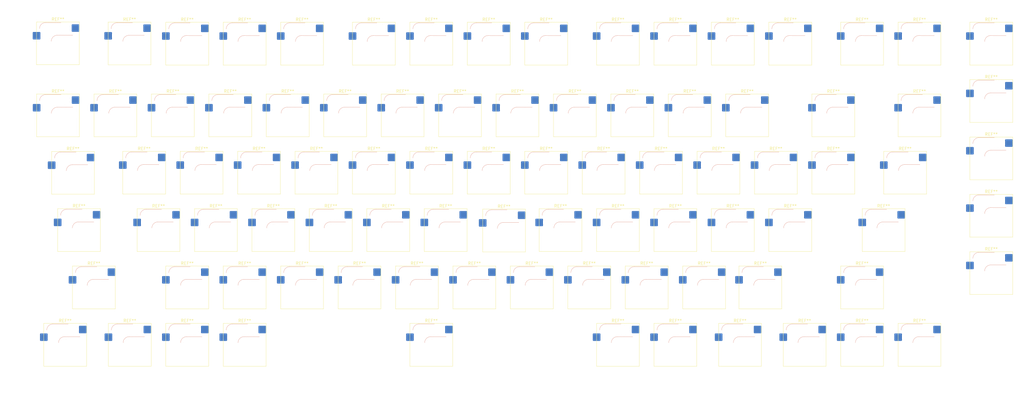
<source format=kicad_pcb>
(kicad_pcb (version 20211014) (generator pcbnew)
  (layers (0 "F.Cu" signal) (31 "B.Cu" signal) (34 "B.Paste" user) (35 "F.Paste" user) (36 "B.SilkS" user "B.Silkscreen") (37 "F.SilkS" user "F.Silkscreen") (38 "B.Mask" user) (39 "F.Mask" user) (44 "Edge.Cuts" user))
  (net 0 "")
  (footprint "Used Footprints:SW_Hotswap_Kailh_MX_1.00u" (layer "F.Cu") (at 61.92856 116.8707)
    (fp_text reference "REF**" (at 0 -8) (layer "F.SilkS"))
    (fp_text value "SW_Hotswap_Kailh_MX_1.00u")
    (pad "" np_thru_hole circle locked (at -5.08 0) (size 1.75 1.75) (drill 1.75) (layers F&B.Cu *.Mask))
    (pad "" np_thru_hole circle locked (at 5.08 0) (size 1.75 1.75) (drill 1.75) (layers F&B.Cu *.Mask))
    (pad "" np_thru_hole circle locked (at 2.54 -5.08) (size 3.05 3.05) (drill 3.05) (layers F&B.Cu *.Mask))
    (pad "" np_thru_hole circle locked (at -3.81 -2.54) (size 3.05 3.05) (drill 3.05) (layers F&B.Cu *.Mask))
    (pad "" np_thru_hole circle locked (at 0 0) (size 4 4) (drill 4) (layers F&B.Cu *.Mask))
    (pad "1" smd roundrect locked (at -7.085 -2.54) (size 2.55 2.5) (layers "B.Cu" "B.Paste" "B.Mask") (roundrect_rratio 0.1))
    (pad "2" smd roundrect locked (at 5.842 -5.08) (size 2.55 2.5) (layers "B.Cu" "B.Paste" "B.Mask") (roundrect_rratio 0.1))
  )
  (footprint "Used Footprints:SW_Hotswap_Kailh_MX_2.25u" (layer "F.Cu") (at 73.83481 174.0209)
    (fp_text reference "REF**" (at 0 -8) (layer "F.SilkS"))
    (fp_text value "SW_Hotswap_Kailh_MX_2.25u")
    (pad "" np_thru_hole circle locked (at -5.08 0) (size 1.75 1.75) (drill 1.75) (layers F&B.Cu *.Mask))
    (pad "" np_thru_hole circle locked (at 2.54 -5.08) (size 3.05 3.05) (drill 3.05) (layers F&B.Cu *.Mask))
    (pad "" np_thru_hole circle locked (at -3.81 -2.54) (size 3.05 3.05) (drill 3.05) (layers F&B.Cu *.Mask))
    (pad "" np_thru_hole circle locked (at 5.08 0) (size 1.75 1.75) (drill 1.75) (layers F&B.Cu *.Mask))
    (pad "" np_thru_hole circle locked (at 0 0) (size 4 4) (drill 4) (layers F&B.Cu *.Mask))
    (pad "1" smd roundrect locked (at -7.085 -2.54) (size 2.55 2.5) (layers "B.Cu" "B.Paste" "B.Mask") (roundrect_rratio 0.1))
    (pad "2" smd roundrect locked (at 5.842 -5.08) (size 2.55 2.5) (layers "B.Cu" "B.Paste" "B.Mask") (roundrect_rratio 0.1))
  )
  (footprint "Used Footprints:SW_Hotswap_Kailh_MX_1.50u" (layer "F.Cu") (at 342.91591 135.9207)
    (fp_text reference "REF**" (at 0 -8) (layer "F.SilkS"))
    (fp_text value "SW_Hotswap_Kailh_MX_1.50u")
    (pad "" np_thru_hole circle locked (at 2.54 -5.08) (size 3.05 3.05) (drill 3.05) (layers F&B.Cu *.Mask))
    (pad "" np_thru_hole circle locked (at -3.81 -2.54) (size 3.05 3.05) (drill 3.05) (layers F&B.Cu *.Mask))
    (pad "" np_thru_hole circle locked (at -5.08 0) (size 1.75 1.75) (drill 1.75) (layers F&B.Cu *.Mask))
    (pad "" np_thru_hole circle locked (at 5.08 0) (size 1.75 1.75) (drill 1.75) (layers F&B.Cu *.Mask))
    (pad "" np_thru_hole circle locked (at 0 0) (size 4 4) (drill 4) (layers F&B.Cu *.Mask))
    (pad "1" smd roundrect locked (at -7.085 -2.54) (size 2.55 2.5) (layers "B.Cu" "B.Paste" "B.Mask") (roundrect_rratio 0.1))
    (pad "2" smd roundrect locked (at 5.842 -5.08) (size 2.55 2.5) (layers "B.Cu" "B.Paste" "B.Mask") (roundrect_rratio 0.1))
  )
  (footprint "Used Footprints:SW_Hotswap_Kailh_MX_1.00u" (layer "F.Cu") (at 166.70391 135.9207)
    (fp_text reference "REF**" (at 0 -8) (layer "F.SilkS"))
    (fp_text value "SW_Hotswap_Kailh_MX_1.00u")
    (pad "" np_thru_hole circle locked (at -5.08 0) (size 1.75 1.75) (drill 1.75) (layers F&B.Cu *.Mask))
    (pad "" np_thru_hole circle locked (at 5.08 0) (size 1.75 1.75) (drill 1.75) (layers F&B.Cu *.Mask))
    (pad "" np_thru_hole circle locked (at 2.54 -5.08) (size 3.05 3.05) (drill 3.05) (layers F&B.Cu *.Mask))
    (pad "" np_thru_hole circle locked (at -3.81 -2.54) (size 3.05 3.05) (drill 3.05) (layers F&B.Cu *.Mask))
    (pad "" np_thru_hole circle locked (at 0 0) (size 4 4) (drill 4) (layers F&B.Cu *.Mask))
    (pad "1" smd roundrect locked (at -7.085 -2.54) (size 2.55 2.5) (layers "B.Cu" "B.Paste" "B.Mask") (roundrect_rratio 0.1))
    (pad "2" smd roundrect locked (at 5.842 -5.08) (size 2.55 2.5) (layers "B.Cu" "B.Paste" "B.Mask") (roundrect_rratio 0.1))
  )
  (footprint "Used Footprints:SW_Hotswap_Kailh_MX_1.00u" (layer "F.Cu") (at 304.81591 93.0579)
    (fp_text reference "REF**" (at 0 -8) (layer "F.SilkS"))
    (fp_text value "SW_Hotswap_Kailh_MX_1.00u")
    (pad "" np_thru_hole circle locked (at -5.08 0) (size 1.75 1.75) (drill 1.75) (layers F&B.Cu *.Mask))
    (pad "" np_thru_hole circle locked (at 5.08 0) (size 1.75 1.75) (drill 1.75) (layers F&B.Cu *.Mask))
    (pad "" np_thru_hole circle locked (at 2.54 -5.08) (size 3.05 3.05) (drill 3.05) (layers F&B.Cu *.Mask))
    (pad "" np_thru_hole circle locked (at -3.81 -2.54) (size 3.05 3.05) (drill 3.05) (layers F&B.Cu *.Mask))
    (pad "" np_thru_hole circle locked (at 0 0) (size 4 4) (drill 4) (layers F&B.Cu *.Mask))
    (pad "1" smd roundrect locked (at -7.085 -2.54) (size 2.55 2.5) (layers "B.Cu" "B.Paste" "B.Mask") (roundrect_rratio 0.1))
    (pad "2" smd roundrect locked (at 5.842 -5.08) (size 2.55 2.5) (layers "B.Cu" "B.Paste" "B.Mask") (roundrect_rratio 0.1))
  )
  (footprint "Used Footprints:STAB_MX_2.25u" (layer "F.Cu") (at 73.83481 174.0209)
    (fp_text reference "REF**" hide)
    (fp_text value "STAB_MX_2.25u")
    (pad "" np_thru_hole circle (at 11.90625 -6.985) (size 3.048 3.048) (drill 3.048) (layers *.Cu *.Mask))
    (pad "" np_thru_hole circle (at 11.90625 8.255) (size 3.9878 3.9878) (drill 3.9878) (layers *.Cu *.Mask))
    (pad "" np_thru_hole circle (at -11.90625 8.255) (size 3.9878 3.9878) (drill 3.9878) (layers *.Cu *.Mask))
    (pad "" np_thru_hole circle (at -11.90625 -6.985) (size 3.048 3.048) (drill 3.048) (layers *.Cu *.Mask))
  )
  (footprint "Used Footprints:SW_Hotswap_Kailh_MX_1.00u" (layer "F.Cu") (at 257.19091 174.0209)
    (fp_text reference "REF**" (at 0 -8) (layer "F.SilkS"))
    (fp_text value "SW_Hotswap_Kailh_MX_1.00u")
    (pad "" np_thru_hole circle locked (at -5.08 0) (size 1.75 1.75) (drill 1.75) (layers F&B.Cu *.Mask))
    (pad "" np_thru_hole circle locked (at 5.08 0) (size 1.75 1.75) (drill 1.75) (layers F&B.Cu *.Mask))
    (pad "" np_thru_hole circle locked (at 2.54 -5.08) (size 3.05 3.05) (drill 3.05) (layers F&B.Cu *.Mask))
    (pad "" np_thru_hole circle locked (at -3.81 -2.54) (size 3.05 3.05) (drill 3.05) (layers F&B.Cu *.Mask))
    (pad "" np_thru_hole circle locked (at 0 0) (size 4 4) (drill 4) (layers F&B.Cu *.Mask))
    (pad "1" smd roundrect locked (at -7.085 -2.54) (size 2.55 2.5) (layers "B.Cu" "B.Paste" "B.Mask") (roundrect_rratio 0.1))
    (pad "2" smd roundrect locked (at 5.842 -5.08) (size 2.55 2.5) (layers "B.Cu" "B.Paste" "B.Mask") (roundrect_rratio 0.1))
  )
  (footprint "Used Footprints:SW_Hotswap_Kailh_MX_1.00u" (layer "F.Cu") (at 128.60361 135.9207)
    (fp_text reference "REF**" (at 0 -8) (layer "F.SilkS"))
    (fp_text value "SW_Hotswap_Kailh_MX_1.00u")
    (pad "" np_thru_hole circle locked (at -5.08 0) (size 1.75 1.75) (drill 1.75) (layers F&B.Cu *.Mask))
    (pad "" np_thru_hole circle locked (at 5.08 0) (size 1.75 1.75) (drill 1.75) (layers F&B.Cu *.Mask))
    (pad "" np_thru_hole circle locked (at 2.54 -5.08) (size 3.05 3.05) (drill 3.05) (layers F&B.Cu *.Mask))
    (pad "" np_thru_hole circle locked (at -3.81 -2.54) (size 3.05 3.05) (drill 3.05) (layers F&B.Cu *.Mask))
    (pad "" np_thru_hole circle locked (at 0 0) (size 4 4) (drill 4) (layers F&B.Cu *.Mask))
    (pad "1" smd roundrect locked (at -7.085 -2.54) (size 2.55 2.5) (layers "B.Cu" "B.Paste" "B.Mask") (roundrect_rratio 0.1))
    (pad "2" smd roundrect locked (at 5.842 -5.08) (size 2.55 2.5) (layers "B.Cu" "B.Paste" "B.Mask") (roundrect_rratio 0.1))
  )
  (footprint "Used Footprints:SW_Hotswap_Kailh_MX_1.00u" (layer "F.Cu") (at 285.76591 93.0579)
    (fp_text reference "REF**" (at 0 -8) (layer "F.SilkS"))
    (fp_text value "SW_Hotswap_Kailh_MX_1.00u")
    (pad "" np_thru_hole circle locked (at -5.08 0) (size 1.75 1.75) (drill 1.75) (layers F&B.Cu *.Mask))
    (pad "" np_thru_hole circle locked (at 5.08 0) (size 1.75 1.75) (drill 1.75) (layers F&B.Cu *.Mask))
    (pad "" np_thru_hole circle locked (at 2.54 -5.08) (size 3.05 3.05) (drill 3.05) (layers F&B.Cu *.Mask))
    (pad "" np_thru_hole circle locked (at -3.81 -2.54) (size 3.05 3.05) (drill 3.05) (layers F&B.Cu *.Mask))
    (pad "" np_thru_hole circle locked (at 0 0) (size 4 4) (drill 4) (layers F&B.Cu *.Mask))
    (pad "1" smd roundrect locked (at -7.085 -2.54) (size 2.55 2.5) (layers "B.Cu" "B.Paste" "B.Mask") (roundrect_rratio 0.1))
    (pad "2" smd roundrect locked (at 5.842 -5.08) (size 2.55 2.5) (layers "B.Cu" "B.Paste" "B.Mask") (roundrect_rratio 0.1))
  )
  (footprint "Used Footprints:SW_Hotswap_Kailh_MX_1.00u" (layer "F.Cu") (at 190.51591 154.9707)
    (fp_text reference "REF**" (at 0 -8) (layer "F.SilkS"))
    (fp_text value "SW_Hotswap_Kailh_MX_1.00u")
    (pad "" np_thru_hole circle locked (at -5.08 0) (size 1.75 1.75) (drill 1.75) (layers F&B.Cu *.Mask))
    (pad "" np_thru_hole circle locked (at 5.08 0) (size 1.75 1.75) (drill 1.75) (layers F&B.Cu *.Mask))
    (pad "" np_thru_hole circle locked (at 2.54 -5.08) (size 3.05 3.05) (drill 3.05) (layers F&B.Cu *.Mask))
    (pad "" np_thru_hole circle locked (at -3.81 -2.54) (size 3.05 3.05) (drill 3.05) (layers F&B.Cu *.Mask))
    (pad "" np_thru_hole circle locked (at 0 0) (size 4 4) (drill 4) (layers F&B.Cu *.Mask))
    (pad "1" smd roundrect locked (at -7.085 -2.54) (size 2.55 2.5) (layers "B.Cu" "B.Paste" "B.Mask") (roundrect_rratio 0.1))
    (pad "2" smd roundrect locked (at 5.842 -5.08) (size 2.55 2.5) (layers "B.Cu" "B.Paste" "B.Mask") (roundrect_rratio 0.1))
  )
  (footprint "Used Footprints:SW_Hotswap_Kailh_MX_1.00u" (layer "F.Cu") (at 304.81591 154.9707)
    (fp_text reference "REF**" (at 0 -8) (layer "F.SilkS"))
    (fp_text value "SW_Hotswap_Kailh_MX_1.00u")
    (pad "" np_thru_hole circle locked (at -5.08 0) (size 1.75 1.75) (drill 1.75) (layers F&B.Cu *.Mask))
    (pad "" np_thru_hole circle locked (at 5.08 0) (size 1.75 1.75) (drill 1.75) (layers F&B.Cu *.Mask))
    (pad "" np_thru_hole circle locked (at 2.54 -5.08) (size 3.05 3.05) (drill 3.05) (layers F&B.Cu *.Mask))
    (pad "" np_thru_hole circle locked (at -3.81 -2.54) (size 3.05 3.05) (drill 3.05) (layers F&B.Cu *.Mask))
    (pad "" np_thru_hole circle locked (at 0 0) (size 4 4) (drill 4) (layers F&B.Cu *.Mask))
    (pad "1" smd roundrect locked (at -7.085 -2.54) (size 2.55 2.5) (layers "B.Cu" "B.Paste" "B.Mask") (roundrect_rratio 0.1))
    (pad "2" smd roundrect locked (at 5.842 -5.08) (size 2.55 2.5) (layers "B.Cu" "B.Paste" "B.Mask") (roundrect_rratio 0.1))
  )
  (footprint "Used Footprints:SW_Hotswap_Kailh_MX_1.00u" (layer "F.Cu") (at 371.49091 93.0579)
    (fp_text reference "REF**" (at 0 -8) (layer "F.SilkS"))
    (fp_text value "SW_Hotswap_Kailh_MX_1.00u")
    (pad "" np_thru_hole circle locked (at -5.08 0) (size 1.75 1.75) (drill 1.75) (layers F&B.Cu *.Mask))
    (pad "" np_thru_hole circle locked (at 5.08 0) (size 1.75 1.75) (drill 1.75) (layers F&B.Cu *.Mask))
    (pad "" np_thru_hole circle locked (at 2.54 -5.08) (size 3.05 3.05) (drill 3.05) (layers F&B.Cu *.Mask))
    (pad "" np_thru_hole circle locked (at -3.81 -2.54) (size 3.05 3.05) (drill 3.05) (layers F&B.Cu *.Mask))
    (pad "" np_thru_hole circle locked (at 0 0) (size 4 4) (drill 4) (layers F&B.Cu *.Mask))
    (pad "1" smd roundrect locked (at -7.085 -2.54) (size 2.55 2.5) (layers "B.Cu" "B.Paste" "B.Mask") (roundrect_rratio 0.1))
    (pad "2" smd roundrect locked (at 5.842 -5.08) (size 2.55 2.5) (layers "B.Cu" "B.Paste" "B.Mask") (roundrect_rratio 0.1))
  )
  (footprint "Used Footprints:SW_Hotswap_Kailh_MX_1.00u" (layer "F.Cu") (at 219.09091 174.0209)
    (fp_text reference "REF**" (at 0 -8) (layer "F.SilkS"))
    (fp_text value "SW_Hotswap_Kailh_MX_1.00u")
    (pad "" np_thru_hole circle locked (at -5.08 0) (size 1.75 1.75) (drill 1.75) (layers F&B.Cu *.Mask))
    (pad "" np_thru_hole circle locked (at 5.08 0) (size 1.75 1.75) (drill 1.75) (layers F&B.Cu *.Mask))
    (pad "" np_thru_hole circle locked (at 2.54 -5.08) (size 3.05 3.05) (drill 3.05) (layers F&B.Cu *.Mask))
    (pad "" np_thru_hole circle locked (at -3.81 -2.54) (size 3.05 3.05) (drill 3.05) (layers F&B.Cu *.Mask))
    (pad "" np_thru_hole circle locked (at 0 0) (size 4 4) (drill 4) (layers F&B.Cu *.Mask))
    (pad "1" smd roundrect locked (at -7.085 -2.54) (size 2.55 2.5) (layers "B.Cu" "B.Paste" "B.Mask") (roundrect_rratio 0.1))
    (pad "2" smd roundrect locked (at 5.842 -5.08) (size 2.55 2.5) (layers "B.Cu" "B.Paste" "B.Mask") (roundrect_rratio 0.1))
  )
  (footprint "Used Footprints:SW_Hotswap_Kailh_MX_1.00u" (layer "F.Cu") (at 142.89111 93.0579)
    (fp_text reference "REF**" (at 0 -8) (layer "F.SilkS"))
    (fp_text value "SW_Hotswap_Kailh_MX_1.00u")
    (pad "" np_thru_hole circle locked (at -5.08 0) (size 1.75 1.75) (drill 1.75) (layers F&B.Cu *.Mask))
    (pad "" np_thru_hole circle locked (at 5.08 0) (size 1.75 1.75) (drill 1.75) (layers F&B.Cu *.Mask))
    (pad "" np_thru_hole circle locked (at 2.54 -5.08) (size 3.05 3.05) (drill 3.05) (layers F&B.Cu *.Mask))
    (pad "" np_thru_hole circle locked (at -3.81 -2.54) (size 3.05 3.05) (drill 3.05) (layers F&B.Cu *.Mask))
    (pad "" np_thru_hole circle locked (at 0 0) (size 4 4) (drill 4) (layers F&B.Cu *.Mask))
    (pad "1" smd roundrect locked (at -7.085 -2.54) (size 2.55 2.5) (layers "B.Cu" "B.Paste" "B.Mask") (roundrect_rratio 0.1))
    (pad "2" smd roundrect locked (at 5.842 -5.08) (size 2.55 2.5) (layers "B.Cu" "B.Paste" "B.Mask") (roundrect_rratio 0.1))
  )
  (footprint "Used Footprints:SW_Hotswap_Kailh_MX_1.00u" (layer "F.Cu") (at 276.24091 174.0209)
    (fp_text reference "REF**" (at 0 -8) (layer "F.SilkS"))
    (fp_text value "SW_Hotswap_Kailh_MX_1.00u")
    (pad "" np_thru_hole circle locked (at -5.08 0) (size 1.75 1.75) (drill 1.75) (layers F&B.Cu *.Mask))
    (pad "" np_thru_hole circle locked (at 5.08 0) (size 1.75 1.75) (drill 1.75) (layers F&B.Cu *.Mask))
    (pad "" np_thru_hole circle locked (at 2.54 -5.08) (size 3.05 3.05) (drill 3.05) (layers F&B.Cu *.Mask))
    (pad "" np_thru_hole circle locked (at -3.81 -2.54) (size 3.05 3.05) (drill 3.05) (layers F&B.Cu *.Mask))
    (pad "" np_thru_hole circle locked (at 0 0) (size 4 4) (drill 4) (layers F&B.Cu *.Mask))
    (pad "1" smd roundrect locked (at -7.085 -2.54) (size 2.55 2.5) (layers "B.Cu" "B.Paste" "B.Mask") (roundrect_rratio 0.1))
    (pad "2" smd roundrect locked (at 5.842 -5.08) (size 2.55 2.5) (layers "B.Cu" "B.Paste" "B.Mask") (roundrect_rratio 0.1))
  )
  (footprint "Used Footprints:SW_Hotswap_Kailh_MX_2.25u" (layer "F.Cu") (at 335.77091 154.9707)
    (fp_text reference "REF**" (at 0 -8) (layer "F.SilkS"))
    (fp_text value "SW_Hotswap_Kailh_MX_2.25u")
    (pad "" np_thru_hole circle locked (at -5.08 0) (size 1.75 1.75) (drill 1.75) (layers *.Cu *.Mask))
    (pad "" np_thru_hole circle locked (at 2.54 -5.08) (size 3.05 3.05) (drill 3.05) (layers *.Cu *.Mask))
    (pad "" np_thru_hole circle locked (at -3.81 -2.54) (size 3.05 3.05) (drill 3.05) (layers *.Cu *.Mask))
    (pad "" np_thru_hole circle locked (at 5.08 0) (size 1.75 1.75) (drill 1.75) (layers *.Cu *.Mask))
    (pad "" np_thru_hole circle locked (at 0 0) (size 4 4) (drill 4) (layers *.Cu *.Mask))
    (pad "1" smd roundrect locked (at -7.085 -2.54) (size 2.55 2.5) (layers "B.Cu" "B.Paste" "B.Mask") (roundrect_rratio 0.1))
    (pad "2" smd roundrect locked (at 5.842 -5.08) (size 2.55 2.5) (layers "B.Cu" "B.Paste" "B.Mask") (roundrect_rratio 0.1))
  )
  (footprint "Used Footprints:SW_Hotswap_Kailh_MX_1.00u" (layer "F.Cu") (at 152.41611 154.9707)
    (fp_text reference "REF**" (at 0 -8) (layer "F.SilkS"))
    (fp_text value "SW_Hotswap_Kailh_MX_1.00u")
    (pad "" np_thru_hole circle locked (at -5.08 0) (size 1.75 1.75) (drill 1.75) (layers F&B.Cu *.Mask))
    (pad "" np_thru_hole circle locked (at 5.08 0) (size 1.75 1.75) (drill 1.75) (layers F&B.Cu *.Mask))
    (pad "" np_thru_hole circle locked (at 2.54 -5.08) (size 3.05 3.05) (drill 3.05) (layers F&B.Cu *.Mask))
    (pad "" np_thru_hole circle locked (at -3.81 -2.54) (size 3.05 3.05) (drill 3.05) (layers F&B.Cu *.Mask))
    (pad "" np_thru_hole circle locked (at 0 0) (size 4 4) (drill 4) (layers F&B.Cu *.Mask))
    (pad "1" smd roundrect locked (at -7.085 -2.54) (size 2.55 2.5) (layers "B.Cu" "B.Paste" "B.Mask") (roundrect_rratio 0.1))
    (pad "2" smd roundrect locked (at 5.842 -5.08) (size 2.55 2.5) (layers "B.Cu" "B.Paste" "B.Mask") (roundrect_rratio 0.1))
  )
  (footprint "Used Footprints:SW_Hotswap_Kailh_MX_1.00u" (layer "F.Cu") (at 119.07861 116.8707)
    (fp_text reference "REF**" (at 0 -8) (layer "F.SilkS"))
    (fp_text value "SW_Hotswap_Kailh_MX_1.00u")
    (pad "" np_thru_hole circle locked (at -5.08 0) (size 1.75 1.75) (drill 1.75) (layers F&B.Cu *.Mask))
    (pad "" np_thru_hole circle locked (at 5.08 0) (size 1.75 1.75) (drill 1.75) (layers F&B.Cu *.Mask))
    (pad "" np_thru_hole circle locked (at 2.54 -5.08) (size 3.05 3.05) (drill 3.05) (layers F&B.Cu *.Mask))
    (pad "" np_thru_hole circle locked (at -3.81 -2.54) (size 3.05 3.05) (drill 3.05) (layers F&B.Cu *.Mask))
    (pad "" np_thru_hole circle locked (at 0 0) (size 4 4) (drill 4) (layers F&B.Cu *.Mask))
    (pad "1" smd roundrect locked (at -7.085 -2.54) (size 2.55 2.5) (layers "B.Cu" "B.Paste" "B.Mask") (roundrect_rratio 0.1))
    (pad "2" smd roundrect locked (at 5.842 -5.08) (size 2.55 2.5) (layers "B.Cu" "B.Paste" "B.Mask") (roundrect_rratio 0.1))
  )
  (footprint "Used Footprints:SW_Hotswap_Kailh_MX_1.00u" (layer "F.Cu") (at 109.55361 135.9207)
    (fp_text reference "REF**" (at 0 -8) (layer "F.SilkS"))
    (fp_text value "SW_Hotswap_Kailh_MX_1.00u")
    (pad "" np_thru_hole circle locked (at -5.08 0) (size 1.75 1.75) (drill 1.75) (layers F&B.Cu *.Mask))
    (pad "" np_thru_hole circle locked (at 5.08 0) (size 1.75 1.75) (drill 1.75) (layers F&B.Cu *.Mask))
    (pad "" np_thru_hole circle locked (at 2.54 -5.08) (size 3.05 3.05) (drill 3.05) (layers F&B.Cu *.Mask))
    (pad "" np_thru_hole circle locked (at -3.81 -2.54) (size 3.05 3.05) (drill 3.05) (layers F&B.Cu *.Mask))
    (pad "" np_thru_hole circle locked (at 0 0) (size 4 4) (drill 4) (layers F&B.Cu *.Mask))
    (pad "1" smd roundrect locked (at -7.085 -2.54) (size 2.55 2.5) (layers "B.Cu" "B.Paste" "B.Mask") (roundrect_rratio 0.1))
    (pad "2" smd roundrect locked (at 5.842 -5.08) (size 2.55 2.5) (layers "B.Cu" "B.Paste" "B.Mask") (roundrect_rratio 0.1))
  )
  (footprint "Used Footprints:SW_Hotswap_Kailh_MX_5.50u" (layer "F.Cu") (at 185.75391 193.07087)
    (fp_text reference "REF**" (at 0 -8) (layer "F.SilkS"))
    (fp_text value "SW_Hotswap_Kailh_MX_5.50u")
    (pad "" np_thru_hole circle locked (at -3.81 -2.54) (size 3.05 3.05) (drill 3.05) (layers *.Cu *.Mask))
    (pad "" np_thru_hole circle locked (at -5.08 0) (size 1.75 1.75) (drill 1.75) (layers *.Cu *.Mask))
    (pad "" np_thru_hole circle locked (at 5.08 0) (size 1.75 1.75) (drill 1.75) (layers *.Cu *.Mask))
    (pad "" np_thru_hole circle locked (at 0 0) (size 4 4) (drill 4) (layers *.Cu *.Mask))
    (pad "" np_thru_hole circle locked (at 2.54 -5.08) (size 3.05 3.05) (drill 3.05) (layers *.Cu *.Mask))
    (pad "1" smd roundrect locked (at -7.085 -2.54) (size 2.55 2.5) (layers "B.Cu" "B.Paste" "B.Mask") (roundrect_rratio 0.1))
    (pad "2" smd roundrect locked (at 5.842 -5.08) (size 2.55 2.5) (layers "B.Cu" "B.Paste" "B.Mask") (roundrect_rratio 0.1))
  )
  (footprint "Used Footprints:SW_Hotswap_Kailh_MX_1.00u" (layer "F.Cu") (at 233.37891 116.8707)
    (fp_text reference "REF**" (at 0 -8) (layer "F.SilkS"))
    (fp_text value "SW_Hotswap_Kailh_MX_1.00u")
    (pad "" np_thru_hole circle locked (at -5.08 0) (size 1.75 1.75) (drill 1.75) (layers F&B.Cu *.Mask))
    (pad "" np_thru_hole circle locked (at 5.08 0) (size 1.75 1.75) (drill 1.75) (layers F&B.Cu *.Mask))
    (pad "" np_thru_hole circle locked (at 2.54 -5.08) (size 3.05 3.05) (drill 3.05) (layers F&B.Cu *.Mask))
    (pad "" np_thru_hole circle locked (at -3.81 -2.54) (size 3.05 3.05) (drill 3.05) (layers F&B.Cu *.Mask))
    (pad "" np_thru_hole circle locked (at 0 0) (size 4 4) (drill 4) (layers F&B.Cu *.Mask))
    (pad "1" smd roundrect locked (at -7.085 -2.54) (size 2.55 2.5) (layers "B.Cu" "B.Paste" "B.Mask") (roundrect_rratio 0.1))
    (pad "2" smd roundrect locked (at 5.842 -5.08) (size 2.55 2.5) (layers "B.Cu" "B.Paste" "B.Mask") (roundrect_rratio 0.1))
  )
  (footprint "Used Footprints:SW_Hotswap_Kailh_MX_1.00u" (layer "F.Cu") (at 195.27891 116.8707)
    (fp_text reference "REF**" (at 0 -8) (layer "F.SilkS"))
    (fp_text value "SW_Hotswap_Kailh_MX_1.00u")
    (pad "" np_thru_hole circle locked (at -5.08 0) (size 1.75 1.75) (drill 1.75) (layers F&B.Cu *.Mask))
    (pad "" np_thru_hole circle locked (at 5.08 0) (size 1.75 1.75) (drill 1.75) (layers F&B.Cu *.Mask))
    (pad "" np_thru_hole circle locked (at 2.54 -5.08) (size 3.05 3.05) (drill 3.05) (layers F&B.Cu *.Mask))
    (pad "" np_thru_hole circle locked (at -3.81 -2.54) (size 3.05 3.05) (drill 3.05) (layers F&B.Cu *.Mask))
    (pad "" np_thru_hole circle locked (at 0 0) (size 4 4) (drill 4) (layers F&B.Cu *.Mask))
    (pad "1" smd roundrect locked (at -7.085 -2.54) (size 2.55 2.5) (layers "B.Cu" "B.Paste" "B.Mask") (roundrect_rratio 0.1))
    (pad "2" smd roundrect locked (at 5.842 -5.08) (size 2.55 2.5) (layers "B.Cu" "B.Paste" "B.Mask") (roundrect_rratio 0.1))
  )
  (footprint "Used Footprints:SW_Hotswap_Kailh_MX_1.00u" (layer "F.Cu") (at 285.76591 154.9707)
    (fp_text reference "REF**" (at 0 -8) (layer "F.SilkS"))
    (fp_text value "SW_Hotswap_Kailh_MX_1.00u")
    (pad "" np_thru_hole circle locked (at -5.08 0) (size 1.75 1.75) (drill 1.75) (layers F&B.Cu *.Mask))
    (pad "" np_thru_hole circle locked (at 5.08 0) (size 1.75 1.75) (drill 1.75) (layers F&B.Cu *.Mask))
    (pad "" np_thru_hole circle locked (at 2.54 -5.08) (size 3.05 3.05) (drill 3.05) (layers F&B.Cu *.Mask))
    (pad "" np_thru_hole circle locked (at -3.81 -2.54) (size 3.05 3.05) (drill 3.05) (layers F&B.Cu *.Mask))
    (pad "" np_thru_hole circle locked (at 0 0) (size 4 4) (drill 4) (layers F&B.Cu *.Mask))
    (pad "1" smd roundrect locked (at -7.085 -2.54) (size 2.55 2.5) (layers "B.Cu" "B.Paste" "B.Mask") (roundrect_rratio 0.1))
    (pad "2" smd roundrect locked (at 5.842 -5.08) (size 2.55 2.5) (layers "B.Cu" "B.Paste" "B.Mask") (roundrect_rratio 0.1))
  )
  (footprint "Used Footprints:SW_Hotswap_Kailh_MX_1.25u" (layer "F.Cu") (at 288.14591 193.07087)
    (fp_text reference "REF**" (at 0 -8) (layer "F.SilkS"))
    (fp_text value "SW_Hotswap_Kailh_MX_1.25u")
    (pad "" np_thru_hole circle locked (at 0 0) (size 4 4) (drill 4) (layers *.Cu *.Mask))
    (pad "" np_thru_hole circle locked (at 2.54 -5.08) (size 3.05 3.05) (drill 3.05) (layers *.Cu *.Mask))
    (pad "" np_thru_hole circle locked (at -5.08 0) (size 1.75 1.75) (drill 1.75) (layers *.Cu *.Mask))
    (pad "" np_thru_hole circle locked (at 5.08 0) (size 1.75 1.75) (drill 1.75) (layers *.Cu *.Mask))
    (pad "" np_thru_hole circle locked (at -3.81 -2.54) (size 3.05 3.05) (drill 3.05) (layers *.Cu *.Mask))
    (pad "1" smd roundrect locked (at -7.085 -2.54) (size 2.55 2.5) (layers "B.Cu" "B.Paste" "B.Mask") (roundrect_rratio 0.1))
    (pad "2" smd roundrect locked (at 5.842 -5.08) (size 2.55 2.5) (layers "B.Cu" "B.Paste" "B.Mask") (roundrect_rratio 0.1))
  )
  (footprint "Used Footprints:SW_Hotswap_Kailh_MX_1.00u" (layer "F.Cu") (at 294.90391 174.0209)
    (fp_text reference "REF**" (at 0 -8) (layer "F.SilkS"))
    (fp_text value "SW_Hotswap_Kailh_MX_1.00u")
    (pad "" np_thru_hole circle locked (at -5.08 0) (size 1.75 1.75) (drill 1.75) (layers F&B.Cu *.Mask))
    (pad "" np_thru_hole circle locked (at 5.08 0) (size 1.75 1.75) (drill 1.75) (layers F&B.Cu *.Mask))
    (pad "" np_thru_hole circle locked (at 2.54 -5.08) (size 3.05 3.05) (drill 3.05) (layers F&B.Cu *.Mask))
    (pad "" np_thru_hole circle locked (at -3.81 -2.54) (size 3.05 3.05) (drill 3.05) (layers F&B.Cu *.Mask))
    (pad "" np_thru_hole circle locked (at 0 0) (size 4 4) (drill 4) (layers F&B.Cu *.Mask))
    (pad "1" smd roundrect locked (at -7.085 -2.54) (size 2.55 2.5) (layers "B.Cu" "B.Paste" "B.Mask") (roundrect_rratio 0.1))
    (pad "2" smd roundrect locked (at 5.842 -5.08) (size 2.55 2.5) (layers "B.Cu" "B.Paste" "B.Mask") (roundrect_rratio 0.1))
  )
  (footprint "Used Footprints:SW_Hotswap_Kailh_MX_1.00u" (layer "F.Cu") (at 147.65361 135.9207)
    (fp_text reference "REF**" (at 0 -8) (layer "F.SilkS"))
    (fp_text value "SW_Hotswap_Kailh_MX_1.00u")
    (pad "" np_thru_hole circle locked (at -5.08 0) (size 1.75 1.75) (drill 1.75) (layers F&B.Cu *.Mask))
    (pad "" np_thru_hole circle locked (at 5.08 0) (size 1.75 1.75) (drill 1.75) (layers F&B.Cu *.Mask))
    (pad "" np_thru_hole circle locked (at 2.54 -5.08) (size 3.05 3.05) (drill 3.05) (layers F&B.Cu *.Mask))
    (pad "" np_thru_hole circle locked (at -3.81 -2.54) (size 3.05 3.05) (drill 3.05) (layers F&B.Cu *.Mask))
    (pad "" np_thru_hole circle locked (at 0 0) (size 4 4) (drill 4) (layers F&B.Cu *.Mask))
    (pad "1" smd roundrect locked (at -7.085 -2.54) (size 2.55 2.5) (layers "B.Cu" "B.Paste" "B.Mask") (roundrect_rratio 0.1))
    (pad "2" smd roundrect locked (at 5.842 -5.08) (size 2.55 2.5) (layers "B.Cu" "B.Paste" "B.Mask") (roundrect_rratio 0.1))
  )
  (footprint "Used Footprints:SW_Hotswap_Kailh_MX_1.25u" (layer "F.Cu") (at 64.30982 193.07087)
    (fp_text reference "REF**" (at 0 -8) (layer "F.SilkS"))
    (fp_text value "SW_Hotswap_Kailh_MX_1.25u")
    (pad "" np_thru_hole circle locked (at 0 0) (size 4 4) (drill 4) (layers *.Cu *.Mask))
    (pad "" np_thru_hole circle locked (at -5.08 0) (size 1.75 1.75) (drill 1.75) (layers *.Cu *.Mask))
    (pad "" np_thru_hole circle locked (at -3.81 -2.54) (size 3.05 3.05) (drill 3.05) (layers *.Cu *.Mask))
    (pad "" np_thru_hole circle locked (at 2.54 -5.08) (size 3.05 3.05) (drill 3.05) (layers *.Cu *.Mask))
    (pad "" np_thru_hole circle locked (at 5.08 0) (size 1.75 1.75) (drill 1.75) (layers *.Cu *.Mask))
    (pad "1" smd roundrect locked (at -7.085 -2.54) (size 2.55 2.5) (layers "B.Cu" "B.Paste" "B.Mask") (roundrect_rratio 0.1))
    (pad "2" smd roundrect locked (at 5.842 -5.08) (size 2.55 2.5) (layers "B.Cu" "B.Paste" "B.Mask") (roundrect_rratio 0.1))
  )
  (footprint "Used Footprints:SW_Hotswap_Kailh_MX_1.00u" (layer "F.Cu") (at 281.00391 135.9207)
    (fp_text reference "REF**" (at 0 -8) (layer "F.SilkS"))
    (fp_text value "SW_Hotswap_Kailh_MX_1.00u")
    (pad "" np_thru_hole circle locked (at -5.08 0) (size 1.75 1.75) (drill 1.75) (layers F&B.Cu *.Mask))
    (pad "" np_thru_hole circle locked (at 5.08 0) (size 1.75 1.75) (drill 1.75) (layers F&B.Cu *.Mask))
    (pad "" np_thru_hole circle locked (at 2.54 -5.08) (size 3.05 3.05) (drill 3.05) (layers F&B.Cu *.Mask))
    (pad "" np_thru_hole circle locked (at -3.81 -2.54) (size 3.05 3.05) (drill 3.05) (layers F&B.Cu *.Mask))
    (pad "" np_thru_hole circle locked (at 0 0) (size 4 4) (drill 4) (layers F&B.Cu *.Mask))
    (pad "1" smd roundrect locked (at -7.085 -2.54) (size 2.55 2.5) (layers "B.Cu" "B.Paste" "B.Mask") (roundrect_rratio 0.1))
    (pad "2" smd roundrect locked (at 5.842 -5.08) (size 2.55 2.5) (layers "B.Cu" "B.Paste" "B.Mask") (roundrect_rratio 0.1))
  )
  (footprint "Used Footprints:SW_Hotswap_Kailh_MX_1.00u" (layer "F.Cu") (at 266.71591 154.9707)
    (fp_text reference "REF**" (at 0 -8) (layer "F.SilkS"))
    (fp_text value "SW_Hotswap_Kailh_MX_1.00u")
    (pad "" np_thru_hole circle locked (at -5.08 0) (size 1.75 1.75) (drill 1.75) (layers F&B.Cu *.Mask))
    (pad "" np_thru_hole circle locked (at 5.08 0) (size 1.75 1.75) (drill 1.75) (layers F&B.Cu *.Mask))
    (pad "" np_thru_hole circle locked (at 2.54 -5.08) (size 3.05 3.05) (drill 3.05) (layers F&B.Cu *.Mask))
    (pad "" np_thru_hole circle locked (at -3.81 -2.54) (size 3.05 3.05) (drill 3.05) (layers F&B.Cu *.Mask))
    (pad "" np_thru_hole circle locked (at 0 0) (size 4 4) (drill 4) (layers F&B.Cu *.Mask))
    (pad "1" smd roundrect locked (at -7.085 -2.54) (size 2.55 2.5) (layers "B.Cu" "B.Paste" "B.Mask") (roundrect_rratio 0.1))
    (pad "2" smd roundrect locked (at 5.842 -5.08) (size 2.55 2.5) (layers "B.Cu" "B.Paste" "B.Mask") (roundrect_rratio 0.1))
  )
  (footprint "Used Footprints:SW_Hotswap_Kailh_MX_1.00u" (layer "F.Cu") (at 104.79111 174.0209)
    (fp_text reference "REF**" (at 0 -8) (layer "F.SilkS"))
    (fp_text value "SW_Hotswap_Kailh_MX_1.00u")
    (pad "" np_thru_hole circle locked (at -5.08 0) (size 1.75 1.75) (drill 1.75) (layers F&B.Cu *.Mask))
    (pad "" np_thru_hole circle locked (at 5.08 0) (size 1.75 1.75) (drill 1.75) (layers F&B.Cu *.Mask))
    (pad "" np_thru_hole circle locked (at 2.54 -5.08) (size 3.05 3.05) (drill 3.05) (layers F&B.Cu *.Mask))
    (pad "" np_thru_hole circle locked (at -3.81 -2.54) (size 3.05 3.05) (drill 3.05) (layers F&B.Cu *.Mask))
    (pad "" np_thru_hole circle locked (at 0 0) (size 4 4) (drill 4) (layers F&B.Cu *.Mask))
    (pad "1" smd roundrect locked (at -7.085 -2.54) (size 2.55 2.5) (layers "B.Cu" "B.Paste" "B.Mask") (roundrect_rratio 0.1))
    (pad "2" smd roundrect locked (at 5.842 -5.08) (size 2.55 2.5) (layers "B.Cu" "B.Paste" "B.Mask") (roundrect_rratio 0.1))
  )
  (footprint "Used Footprints:SW_Hotswap_Kailh_MX_1.00u" (layer "F.Cu") (at 266.71591 93.0579)
    (fp_text reference "REF**" (at 0 -8) (layer "F.SilkS"))
    (fp_text value "SW_Hotswap_Kailh_MX_1.00u")
    (pad "" np_thru_hole circle locked (at -5.08 0) (size 1.75 1.75) (drill 1.75) (layers F&B.Cu *.Mask))
    (pad "" np_thru_hole circle locked (at 5.08 0) (size 1.75 1.75) (drill 1.75) (layers F&B.Cu *.Mask))
    (pad "" np_thru_hole circle locked (at 2.54 -5.08) (size 3.05 3.05) (drill 3.05) (layers F&B.Cu *.Mask))
    (pad "" np_thru_hole circle locked (at -3.81 -2.54) (size 3.05 3.05) (drill 3.05) (layers F&B.Cu *.Mask))
    (pad "" np_thru_hole circle locked (at 0 0) (size 4 4) (drill 4) (layers F&B.Cu *.Mask))
    (pad "1" smd roundrect locked (at -7.085 -2.54) (size 2.55 2.5) (layers "B.Cu" "B.Paste" "B.Mask") (roundrect_rratio 0.1))
    (pad "2" smd roundrect locked (at 5.842 -5.08) (size 2.55 2.5) (layers "B.Cu" "B.Paste" "B.Mask") (roundrect_rratio 0.1))
  )
  (footprint "Used Footprints:SW_Hotswap_Kailh_MX_1.00u" (layer "F.Cu") (at 90.50361 135.9207)
    (fp_text reference "REF**" (at 0 -8) (layer "F.SilkS"))
    (fp_text value "SW_Hotswap_Kailh_MX_1.00u")
    (pad "" np_thru_hole circle locked (at -5.08 0) (size 1.75 1.75) (drill 1.75) (layers F&B.Cu *.Mask))
    (pad "" np_thru_hole circle locked (at 5.08 0) (size 1.75 1.75) (drill 1.75) (layers F&B.Cu *.Mask))
    (pad "" np_thru_hole circle locked (at 2.54 -5.08) (size 3.05 3.05) (drill 3.05) (layers F&B.Cu *.Mask))
    (pad "" np_thru_hole circle locked (at -3.81 -2.54) (size 3.05 3.05) (drill 3.05) (layers F&B.Cu *.Mask))
    (pad "" np_thru_hole circle locked (at 0 0) (size 4 4) (drill 4) (layers F&B.Cu *.Mask))
    (pad "1" smd roundrect locked (at -7.085 -2.54) (size 2.55 2.5) (layers "B.Cu" "B.Paste" "B.Mask") (roundrect_rratio 0.1))
    (pad "2" smd roundrect locked (at 5.842 -5.08) (size 2.55 2.5) (layers "B.Cu" "B.Paste" "B.Mask") (roundrect_rratio 0.1))
  )
  (footprint "Used Footprints:SW_Hotswap_Kailh_MX_1.00u" (layer "F.Cu") (at 328.62891 193.07087)
    (fp_text reference "REF**" (at 0 -8) (layer "F.SilkS"))
    (fp_text value "SW_Hotswap_Kailh_MX_1.00u")
    (pad "" np_thru_hole circle locked (at -5.08 0) (size 1.75 1.75) (drill 1.75) (layers F&B.Cu *.Mask))
    (pad "" np_thru_hole circle locked (at 5.08 0) (size 1.75 1.75) (drill 1.75) (layers F&B.Cu *.Mask))
    (pad "" np_thru_hole circle locked (at 2.54 -5.08) (size 3.05 3.05) (drill 3.05) (layers F&B.Cu *.Mask))
    (pad "" np_thru_hole circle locked (at -3.81 -2.54) (size 3.05 3.05) (drill 3.05) (layers F&B.Cu *.Mask))
    (pad "" np_thru_hole circle locked (at 0 0) (size 4 4) (drill 4) (layers F&B.Cu *.Mask))
    (pad "1" smd roundrect locked (at -7.085 -2.54) (size 2.55 2.5) (layers "B.Cu" "B.Paste" "B.Mask") (roundrect_rratio 0.1))
    (pad "2" smd roundrect locked (at 5.842 -5.08) (size 2.55 2.5) (layers "B.Cu" "B.Paste" "B.Mask") (roundrect_rratio 0.1))
  )
  (footprint "Used Footprints:SW_Hotswap_Kailh_MX_1.00u" (layer "F.Cu") (at 328.62891 174.0209)
    (fp_text reference "REF**" (at 0 -8) (layer "F.SilkS"))
    (fp_text value "SW_Hotswap_Kailh_MX_1.00u")
    (pad "" np_thru_hole circle locked (at -5.08 0) (size 1.75 1.75) (drill 1.75) (layers F&B.Cu *.Mask))
    (pad "" np_thru_hole circle locked (at 5.08 0) (size 1.75 1.75) (drill 1.75) (layers F&B.Cu *.Mask))
    (pad "" np_thru_hole circle locked (at 2.54 -5.08) (size 3.05 3.05) (drill 3.05) (layers F&B.Cu *.Mask))
    (pad "" np_thru_hole circle locked (at -3.81 -2.54) (size 3.05 3.05) (drill 3.05) (layers F&B.Cu *.Mask))
    (pad "" np_thru_hole circle locked (at 0 0) (size 4 4) (drill 4) (layers F&B.Cu *.Mask))
    (pad "1" smd roundrect locked (at -7.085 -2.54) (size 2.55 2.5) (layers "B.Cu" "B.Paste" "B.Mask") (roundrect_rratio 0.1))
    (pad "2" smd roundrect locked (at 5.842 -5.08) (size 2.55 2.5) (layers "B.Cu" "B.Paste" "B.Mask") (roundrect_rratio 0.1))
  )
  (footprint "Used Footprints:SW_Hotswap_Kailh_MX_1.00u" (layer "F.Cu") (at 114.31611 154.9707)
    (fp_text reference "REF**" (at 0 -8) (layer "F.SilkS"))
    (fp_text value "SW_Hotswap_Kailh_MX_1.00u")
    (pad "" np_thru_hole circle locked (at -5.08 0) (size 1.75 1.75) (drill 1.75) (layers F&B.Cu *.Mask))
    (pad "" np_thru_hole circle locked (at 5.08 0) (size 1.75 1.75) (drill 1.75) (layers F&B.Cu *.Mask))
    (pad "" np_thru_hole circle locked (at 2.54 -5.08) (size 3.05 3.05) (drill 3.05) (layers F&B.Cu *.Mask))
    (pad "" np_thru_hole circle locked (at -3.81 -2.54) (size 3.05 3.05) (drill 3.05) (layers F&B.Cu *.Mask))
    (pad "" np_thru_hole circle locked (at 0 0) (size 4 4) (drill 4) (layers F&B.Cu *.Mask))
    (pad "1" smd roundrect locked (at -7.085 -2.54) (size 2.55 2.5) (layers "B.Cu" "B.Paste" "B.Mask") (roundrect_rratio 0.1))
    (pad "2" smd roundrect locked (at 5.842 -5.08) (size 2.55 2.5) (layers "B.Cu" "B.Paste" "B.Mask") (roundrect_rratio 0.1))
  )
  (footprint "Used Footprints:SW_Hotswap_Kailh_MX_1.00u" (layer "F.Cu") (at 371.49091 131.1582)
    (fp_text reference "REF**" (at 0 -8) (layer "F.SilkS"))
    (fp_text value "SW_Hotswap_Kailh_MX_1.00u")
    (pad "" np_thru_hole circle locked (at -5.08 0) (size 1.75 1.75) (drill 1.75) (layers F&B.Cu *.Mask))
    (pad "" np_thru_hole circle locked (at 5.08 0) (size 1.75 1.75) (drill 1.75) (layers F&B.Cu *.Mask))
    (pad "" np_thru_hole circle locked (at 2.54 -5.08) (size 3.05 3.05) (drill 3.05) (layers F&B.Cu *.Mask))
    (pad "" np_thru_hole circle locked (at -3.81 -2.54) (size 3.05 3.05) (drill 3.05) (layers F&B.Cu *.Mask))
    (pad "" np_thru_hole circle locked (at 0 0) (size 4 4) (drill 4) (layers F&B.Cu *.Mask))
    (pad "1" smd roundrect locked (at -7.085 -2.54) (size 2.55 2.5) (layers "B.Cu" "B.Paste" "B.Mask") (roundrect_rratio 0.1))
    (pad "2" smd roundrect locked (at 5.842 -5.08) (size 2.55 2.5) (layers "B.Cu" "B.Paste" "B.Mask") (roundrect_rratio 0.1))
  )
  (footprint "Used Footprints:SW_Hotswap_Kailh_MX_1.00u" (layer "F.Cu") (at 223.85391 93.0579)
    (fp_text reference "REF**" (at 0 -8) (layer "F.SilkS"))
    (fp_text value "SW_Hotswap_Kailh_MX_1.00u")
    (pad "" np_thru_hole circle locked (at -5.08 0) (size 1.75 1.75) (drill 1.75) (layers F&B.Cu *.Mask))
    (pad "" np_thru_hole circle locked (at 5.08 0) (size 1.75 1.75) (drill 1.75) (layers F&B.Cu *.Mask))
    (pad "" np_thru_hole circle locked (at 2.54 -5.08) (size 3.05 3.05) (drill 3.05) (layers F&B.Cu *.Mask))
    (pad "" np_thru_hole circle locked (at -3.81 -2.54) (size 3.05 3.05) (drill 3.05) (layers F&B.Cu *.Mask))
    (pad "" np_thru_hole circle locked (at 0 0) (size 4 4) (drill 4) (layers F&B.Cu *.Mask))
    (pad "1" smd roundrect locked (at -7.085 -2.54) (size 2.55 2.5) (layers "B.Cu" "B.Paste" "B.Mask") (roundrect_rratio 0.1))
    (pad "2" smd roundrect locked (at 5.842 -5.08) (size 2.55 2.5) (layers "B.Cu" "B.Paste" "B.Mask") (roundrect_rratio 0.1))
  )
  (footprint "Used Footprints:SW_Hotswap_Kailh_MX_1.00u" (layer "F.Cu") (at 271.47891 116.8707)
    (fp_text reference "REF**" (at 0 -8) (layer "F.SilkS"))
    (fp_text value "SW_Hotswap_Kailh_MX_1.00u")
    (pad "" np_thru_hole circle locked (at -5.08 0) (size 1.75 1.75) (drill 1.75) (layers F&B.Cu *.Mask))
    (pad "" np_thru_hole circle locked (at 5.08 0) (size 1.75 1.75) (drill 1.75) (layers F&B.Cu *.Mask))
    (pad "" np_thru_hole circle locked (at 2.54 -5.08) (size 3.05 3.05) (drill 3.05) (layers F&B.Cu *.Mask))
    (pad "" np_thru_hole circle locked (at -3.81 -2.54) (size 3.05 3.05) (drill 3.05) (layers F&B.Cu *.Mask))
    (pad "" np_thru_hole circle locked (at 0 0) (size 4 4) (drill 4) (layers F&B.Cu *.Mask))
    (pad "1" smd roundrect locked (at -7.085 -2.54) (size 2.55 2.5) (layers "B.Cu" "B.Paste" "B.Mask") (roundrect_rratio 0.1))
    (pad "2" smd roundrect locked (at 5.842 -5.08) (size 2.55 2.5) (layers "B.Cu" "B.Paste" "B.Mask") (roundrect_rratio 0.1))
  )
  (footprint "Used Footprints:SW_Hotswap_Kailh_MX_1.00u" (layer "F.Cu") (at 290.52891 116.8707)
    (fp_text reference "REF**" (at 0 -8) (layer "F.SilkS"))
    (fp_text value "SW_Hotswap_Kailh_MX_1.00u")
    (pad "" np_thru_hole circle locked (at -5.08 0) (size 1.75 1.75) (drill 1.75) (layers F&B.Cu *.Mask))
    (pad "" np_thru_hole circle locked (at 5.08 0) (size 1.75 1.75) (drill 1.75) (layers F&B.Cu *.Mask))
    (pad "" np_thru_hole circle locked (at 2.54 -5.08) (size 3.05 3.05) (drill 3.05) (layers F&B.Cu *.Mask))
    (pad "" np_thru_hole circle locked (at -3.81 -2.54) (size 3.05 3.05) (drill 3.05) (layers F&B.Cu *.Mask))
    (pad "" np_thru_hole circle locked (at 0 0) (size 4 4) (drill 4) (layers F&B.Cu *.Mask))
    (pad "1" smd roundrect locked (at -7.085 -2.54) (size 2.55 2.5) (layers "B.Cu" "B.Paste" "B.Mask") (roundrect_rratio 0.1))
    (pad "2" smd roundrect locked (at 5.842 -5.08) (size 2.55 2.5) (layers "B.Cu" "B.Paste" "B.Mask") (roundrect_rratio 0.1))
  )
  (footprint "Used Footprints:SW_Hotswap_Kailh_MX_1.00u" (layer "F.Cu") (at 371.49091 112.1082)
    (fp_text reference "REF**" (at 0 -8) (layer "F.SilkS"))
    (fp_text value "SW_Hotswap_Kailh_MX_1.00u")
    (pad "" np_thru_hole circle locked (at -5.08 0) (size 1.75 1.75) (drill 1.75) (layers F&B.Cu *.Mask))
    (pad "" np_thru_hole circle locked (at 5.08 0) (size 1.75 1.75) (drill 1.75) (layers F&B.Cu *.Mask))
    (pad "" np_thru_hole circle locked (at 2.54 -5.08) (size 3.05 3.05) (drill 3.05) (layers F&B.Cu *.Mask))
    (pad "" np_thru_hole circle locked (at -3.81 -2.54) (size 3.05 3.05) (drill 3.05) (layers F&B.Cu *.Mask))
    (pad "" np_thru_hole circle locked (at 0 0) (size 4 4) (drill 4) (layers F&B.Cu *.Mask))
    (pad "1" smd roundrect locked (at -7.085 -2.54) (size 2.55 2.5) (layers "B.Cu" "B.Paste" "B.Mask") (roundrect_rratio 0.1))
    (pad "2" smd roundrect locked (at 5.842 -5.08) (size 2.55 2.5) (layers "B.Cu" "B.Paste" "B.Mask") (roundrect_rratio 0.1))
  )
  (footprint "Used Footprints:SW_Hotswap_Kailh_MX_1.00u" (layer "F.Cu") (at 123.84111 193.07087)
    (fp_text reference "REF**" (at 0 -8) (layer "F.SilkS"))
    (fp_text value "SW_Hotswap_Kailh_MX_1.00u")
    (pad "" np_thru_hole circle locked (at -5.08 0) (size 1.75 1.75) (drill 1.75) (layers F&B.Cu *.Mask))
    (pad "" np_thru_hole circle locked (at 5.08 0) (size 1.75 1.75) (drill 1.75) (layers F&B.Cu *.Mask))
    (pad "" np_thru_hole circle locked (at 2.54 -5.08) (size 3.05 3.05) (drill 3.05) (layers F&B.Cu *.Mask))
    (pad "" np_thru_hole circle locked (at -3.81 -2.54) (size 3.05 3.05) (drill 3.05) (layers F&B.Cu *.Mask))
    (pad "" np_thru_hole circle locked (at 0 0) (size 4 4) (drill 4) (layers F&B.Cu *.Mask))
    (pad "1" smd roundrect locked (at -7.085 -2.54) (size 2.55 2.5) (layers "B.Cu" "B.Paste" "B.Mask") (roundrect_rratio 0.1))
    (pad "2" smd roundrect locked (at 5.842 -5.08) (size 2.55 2.5) (layers "B.Cu" "B.Paste" "B.Mask") (roundrect_rratio 0.1))
  )
  (footprint "Used Footprints:SW_Hotswap_Kailh_MX_1.75u" (layer "F.Cu") (at 68.90391 154.9574)
    (fp_text reference "REF**" (at 0 -8) (layer "F.SilkS"))
    (fp_text value "SW_Hotswap_Kailh_MX_1.75u")
    (pad "" np_thru_hole circle locked (at -5.08 0) (size 1.75 1.75) (drill 1.75) (layers *.Cu *.Mask))
    (pad "" np_thru_hole circle locked (at 5.08 0) (size 1.75 1.75) (drill 1.75) (layers *.Cu *.Mask))
    (pad "" np_thru_hole circle locked (at 0 0) (size 4 4) (drill 4) (layers *.Cu *.Mask))
    (pad "" np_thru_hole circle locked (at -3.81 -2.54) (size 3.05 3.05) (drill 3.05) (layers *.Cu *.Mask))
    (pad "" np_thru_hole circle locked (at 2.54 -5.08) (size 3.05 3.05) (drill 3.05) (layers *.Cu *.Mask))
    (pad "1" smd roundrect locked (at -7.085 -2.54) (size 2.55 2.5) (layers "B.Cu" "B.Paste" "B.Mask") (roundrect_rratio 0.1))
    (pad "2" smd roundrect locked (at 5.842 -5.08) (size 2.55 2.5) (layers "B.Cu" "B.Paste" "B.Mask") (roundrect_rratio 0.1))
  )
  (footprint "Used Footprints:SW_Hotswap_Kailh_MX_1.00u" (layer "F.Cu") (at 138.12861 116.8707)
    (fp_text reference "REF**" (at 0 -8) (layer "F.SilkS"))
    (fp_text value "SW_Hotswap_Kailh_MX_1.00u")
    (pad "" np_thru_hole circle locked (at -5.08 0) (size 1.75 1.75) (drill 1.75) (layers F&B.Cu *.Mask))
    (pad "" np_thru_hole circle locked (at 5.08 0) (size 1.75 1.75) (drill 1.75) (layers F&B.Cu *.Mask))
    (pad "" np_thru_hole circle locked (at 2.54 -5.08) (size 3.05 3.05) (drill 3.05) (layers F&B.Cu *.Mask))
    (pad "" np_thru_hole circle locked (at -3.81 -2.54) (size 3.05 3.05) (drill 3.05) (layers F&B.Cu *.Mask))
    (pad "" np_thru_hole circle locked (at 0 0) (size 4 4) (drill 4) (layers F&B.Cu *.Mask))
    (pad "1" smd roundrect locked (at -7.085 -2.54) (size 2.55 2.5) (layers "B.Cu" "B.Paste" "B.Mask") (roundrect_rratio 0.1))
    (pad "2" smd roundrect locked (at 5.842 -5.08) (size 2.55 2.5) (layers "B.Cu" "B.Paste" "B.Mask") (roundrect_rratio 0.1))
  )
  (footprint "Used Footprints:SW_Hotswap_Kailh_MX_1.00u" (layer "F.Cu") (at 80.97861 116.8707)
    (fp_text reference "REF**" (at 0 -8) (layer "F.SilkS"))
    (fp_text value "SW_Hotswap_Kailh_MX_1.00u")
    (pad "" np_thru_hole circle locked (at -5.08 0) (size 1.75 1.75) (drill 1.75) (layers F&B.Cu *.Mask))
    (pad "" np_thru_hole circle locked (at 5.08 0) (size 1.75 1.75) (drill 1.75) (layers F&B.Cu *.Mask))
    (pad "" np_thru_hole circle locked (at 2.54 -5.08) (size 3.05 3.05) (drill 3.05) (layers F&B.Cu *.Mask))
    (pad "" np_thru_hole circle locked (at -3.81 -2.54) (size 3.05 3.05) (drill 3.05) (layers F&B.Cu *.Mask))
    (pad "" np_thru_hole circle locked (at 0 0) (size 4 4) (drill 4) (layers F&B.Cu *.Mask))
    (pad "1" smd roundrect locked (at -7.085 -2.54) (size 2.55 2.5) (layers "B.Cu" "B.Paste" "B.Mask") (roundrect_rratio 0.1))
    (pad "2" smd roundrect locked (at 5.842 -5.08) (size 2.55 2.5) (layers "B.Cu" "B.Paste" "B.Mask") (roundrect_rratio 0.1))
  )
  (footprint "Used Footprints:SW_Hotswap_Kailh_MX_1.00u" (layer "F.Cu") (at 347.67891 116.8707)
    (fp_text reference "REF**" (at 0 -8) (layer "F.SilkS"))
    (fp_text value "SW_Hotswap_Kailh_MX_1.00u")
    (pad "" np_thru_hole circle locked (at -5.08 0) (size 1.75 1.75) (drill 1.75) (layers F&B.Cu *.Mask))
    (pad "" np_thru_hole circle locked (at 5.08 0) (size 1.75 1.75) (drill 1.75) (layers F&B.Cu *.Mask))
    (pad "" np_thru_hole circle locked (at 2.54 -5.08) (size 3.05 3.05) (drill 3.05) (layers F&B.Cu *.Mask))
    (pad "" np_thru_hole circle locked (at -3.81 -2.54) (size 3.05 3.05) (drill 3.05) (layers F&B.Cu *.Mask))
    (pad "" np_thru_hole circle locked (at 0 0) (size 4 4) (drill 4) (layers F&B.Cu *.Mask))
    (pad "1" smd roundrect locked (at -7.085 -2.54) (size 2.55 2.5) (layers "B.Cu" "B.Paste" "B.Mask") (roundrect_rratio 0.1))
    (pad "2" smd roundrect locked (at 5.842 -5.08) (size 2.55 2.5) (layers "B.Cu" "B.Paste" "B.Mask") (roundrect_rratio 0.1))
  )
  (footprint "Used Footprints:SW_Hotswap_Kailh_MX_1.00u" (layer "F.Cu") (at 85.74111 193.07087)
    (fp_text reference "REF**" (at 0 -8) (layer "F.SilkS"))
    (fp_text value "SW_Hotswap_Kailh_MX_1.00u")
    (pad "" np_thru_hole circle locked (at -5.08 0) (size 1.75 1.75) (drill 1.75) (layers F&B.Cu *.Mask))
    (pad "" np_thru_hole circle locked (at 5.08 0) (size 1.75 1.75) (drill 1.75) (layers F&B.Cu *.Mask))
    (pad "" np_thru_hole circle locked (at 2.54 -5.08) (size 3.05 3.05) (drill 3.05) (layers F&B.Cu *.Mask))
    (pad "" np_thru_hole circle locked (at -3.81 -2.54) (size 3.05 3.05) (drill 3.05) (layers F&B.Cu *.Mask))
    (pad "" np_thru_hole circle locked (at 0 0) (size 4 4) (drill 4) (layers F&B.Cu *.Mask))
    (pad "1" smd roundrect locked (at -7.085 -2.54) (size 2.55 2.5) (layers "B.Cu" "B.Paste" "B.Mask") (roundrect_rratio 0.1))
    (pad "2" smd roundrect locked (at 5.842 -5.08) (size 2.55 2.5) (layers "B.Cu" "B.Paste" "B.Mask") (roundrect_rratio 0.1))
  )
  (footprint "Used Footprints:SW_Hotswap_Kailh_MX_1.00u" (layer "F.Cu") (at 95.26611 154.9707)
    (fp_text reference "REF**" (at 0 -8) (layer "F.SilkS"))
    (fp_text value "SW_Hotswap_Kailh_MX_1.00u")
    (pad "" np_thru_hole circle locked (at -5.08 0) (size 1.75 1.75) (drill 1.75) (layers F&B.Cu *.Mask))
    (pad "" np_thru_hole circle locked (at 5.08 0) (size 1.75 1.75) (drill 1.75) (layers F&B.Cu *.Mask))
    (pad "" np_thru_hole circle locked (at 2.54 -5.08) (size 3.05 3.05) (drill 3.05) (layers F&B.Cu *.Mask))
    (pad "" np_thru_hole circle locked (at -3.81 -2.54) (size 3.05 3.05) (drill 3.05) (layers F&B.Cu *.Mask))
    (pad "" np_thru_hole circle locked (at 0 0) (size 4 4) (drill 4) (layers F&B.Cu *.Mask))
    (pad "1" smd roundrect locked (at -7.085 -2.54) (size 2.55 2.5) (layers "B.Cu" "B.Paste" "B.Mask") (roundrect_rratio 0.1))
    (pad "2" smd roundrect locked (at 5.842 -5.08) (size 2.55 2.5) (layers "B.Cu" "B.Paste" "B.Mask") (roundrect_rratio 0.1))
  )
  (footprint "Used Footprints:SW_Hotswap_Kailh_MX_1.00u" (layer "F.Cu") (at 171.46591 154.9707)
    (fp_text reference "REF**" (at 0 -8) (layer "F.SilkS"))
    (fp_text value "SW_Hotswap_Kailh_MX_1.00u")
    (pad "" np_thru_hole circle locked (at -5.08 0) (size 1.75 1.75) (drill 1.75) (layers F&B.Cu *.Mask))
    (pad "" np_thru_hole circle locked (at 5.08 0) (size 1.75 1.75) (drill 1.75) (layers F&B.Cu *.Mask))
    (pad "" np_thru_hole circle locked (at 2.54 -5.08) (size 3.05 3.05) (drill 3.05) (layers F&B.Cu *.Mask))
    (pad "" np_thru_hole circle locked (at -3.81 -2.54) (size 3.05 3.05) (drill 3.05) (layers F&B.Cu *.Mask))
    (pad "" np_thru_hole circle locked (at 0 0) (size 4 4) (drill 4) (layers F&B.Cu *.Mask))
    (pad "1" smd roundrect locked (at -7.085 -2.54) (size 2.55 2.5) (layers "B.Cu" "B.Paste" "B.Mask") (roundrect_rratio 0.1))
    (pad "2" smd roundrect locked (at 5.842 -5.08) (size 2.55 2.5) (layers "B.Cu" "B.Paste" "B.Mask") (roundrect_rratio 0.1))
  )
  (footprint "Used Footprints:SW_Hotswap_Kailh_MX_1.00u" (layer "F.Cu") (at 261.95391 135.9207)
    (fp_text reference "REF**" (at 0 -8) (layer "F.SilkS"))
    (fp_text value "SW_Hotswap_Kailh_MX_1.00u")
    (pad "" np_thru_hole circle locked (at -5.08 0) (size 1.75 1.75) (drill 1.75) (layers F&B.Cu *.Mask))
    (pad "" np_thru_hole circle locked (at 5.08 0) (size 1.75 1.75) (drill 1.75) (layers F&B.Cu *.Mask))
    (pad "" np_thru_hole circle locked (at 2.54 -5.08) (size 3.05 3.05) (drill 3.05) (layers F&B.Cu *.Mask))
    (pad "" np_thru_hole circle locked (at -3.81 -2.54) (size 3.05 3.05) (drill 3.05) (layers F&B.Cu *.Mask))
    (pad "" np_thru_hole circle locked (at 0 0) (size 4 4) (drill 4) (layers F&B.Cu *.Mask))
    (pad "1" smd roundrect locked (at -7.085 -2.54) (size 2.55 2.5) (layers "B.Cu" "B.Paste" "B.Mask") (roundrect_rratio 0.1))
    (pad "2" smd roundrect locked (at 5.842 -5.08) (size 2.55 2.5) (layers "B.Cu" "B.Paste" "B.Mask") (roundrect_rratio 0.1))
  )
  (footprint "Used Footprints:SW_Hotswap_Kailh_MX_1.00u" (layer "F.Cu") (at 247.66591 154.9707)
    (fp_text reference "REF**" (at 0 -8) (layer "F.SilkS"))
    (fp_text value "SW_Hotswap_Kailh_MX_1.00u")
    (pad "" np_thru_hole circle locked (at -5.08 0) (size 1.75 1.75) (drill 1.75) (layers F&B.Cu *.Mask))
    (pad "" np_thru_hole circle locked (at 5.08 0) (size 1.75 1.75) (drill 1.75) (layers F&B.Cu *.Mask))
    (pad "" np_thru_hole circle locked (at 2.54 -5.08) (size 3.05 3.05) (drill 3.05) (layers F&B.Cu *.Mask))
    (pad "" np_thru_hole circle locked (at -3.81 -2.54) (size 3.05 3.05) (drill 3.05) (layers F&B.Cu *.Mask))
    (pad "" np_thru_hole circle locked (at 0 0) (size 4 4) (drill 4) (layers F&B.Cu *.Mask))
    (pad "1" smd roundrect locked (at -7.085 -2.54) (size 2.55 2.5) (layers "B.Cu" "B.Paste" "B.Mask") (roundrect_rratio 0.1))
    (pad "2" smd roundrect locked (at 5.842 -5.08) (size 2.55 2.5) (layers "B.Cu" "B.Paste" "B.Mask") (roundrect_rratio 0.1))
  )
  (footprint "Used Footprints:SW_Hotswap_Kailh_MX_1.00u" (layer "F.Cu") (at 123.84111 93.0579)
    (fp_text reference "REF**" (at 0 -8) (layer "F.SilkS"))
    (fp_text value "SW_Hotswap_Kailh_MX_1.00u")
    (pad "" np_thru_hole circle locked (at -5.08 0) (size 1.75 1.75) (drill 1.75) (layers F&B.Cu *.Mask))
    (pad "" np_thru_hole circle locked (at 5.08 0) (size 1.75 1.75) (drill 1.75) (layers F&B.Cu *.Mask))
    (pad "" np_thru_hole circle locked (at 2.54 -5.08) (size 3.05 3.05) (drill 3.05) (layers F&B.Cu *.Mask))
    (pad "" np_thru_hole circle locked (at -3.81 -2.54) (size 3.05 3.05) (drill 3.05) (layers F&B.Cu *.Mask))
    (pad "" np_thru_hole circle locked (at 0 0) (size 4 4) (drill 4) (layers F&B.Cu *.Mask))
    (pad "1" smd roundrect locked (at -7.085 -2.54) (size 2.55 2.5) (layers "B.Cu" "B.Paste" "B.Mask") (roundrect_rratio 0.1))
    (pad "2" smd roundrect locked (at 5.842 -5.08) (size 2.55 2.5) (layers "B.Cu" "B.Paste" "B.Mask") (roundrect_rratio 0.1))
  )
  (footprint "Used Footprints:SW_Hotswap_Kailh_MX_1.00u" (layer "F.Cu") (at 204.80391 93.0579)
    (fp_text reference "REF**" (at 0 -8) (layer "F.SilkS"))
    (fp_text value "SW_Hotswap_Kailh_MX_1.00u")
    (pad "" np_thru_hole circle locked (at -5.08 0) (size 1.75 1.75) (drill 1.75) (layers F&B.Cu *.Mask))
    (pad "" np_thru_hole circle locked (at 5.08 0) (size 1.75 1.75) (drill 1.75) (layers F&B.Cu *.Mask))
    (pad "" np_thru_hole circle locked (at 2.54 -5.08) (size 3.05 3.05) (drill 3.05) (layers F&B.Cu *.Mask))
    (pad "" np_thru_hole circle locked (at -3.81 -2.54) (size 3.05 3.05) (drill 3.05) (layers F&B.Cu *.Mask))
    (pad "" np_thru_hole circle locked (at 0 0) (size 4 4) (drill 4) (layers F&B.Cu *.Mask))
    (pad "1" smd roundrect locked (at -7.085 -2.54) (size 2.55 2.5) (layers "B.Cu" "B.Paste" "B.Mask") (roundrect_rratio 0.1))
    (pad "2" smd roundrect locked (at 5.842 -5.08) (size 2.55 2.5) (layers "B.Cu" "B.Paste" "B.Mask") (roundrect_rratio 0.1))
  )
  (footprint "Used Footprints:SW_Hotswap_Kailh_MX_1.00u" (layer "F.Cu") (at 104.79111 93.0579)
    (fp_text reference "REF**" (at 0 -8) (layer "F.SilkS"))
    (fp_text value "SW_Hotswap_Kailh_MX_1.00u")
    (pad "" np_thru_hole circle locked (at -5.08 0) (size 1.75 1.75) (drill 1.75) (layers F&B.Cu *.Mask))
    (pad "" np_thru_hole circle locked (at 5.08 0) (size 1.75 1.75) (drill 1.75) (layers F&B.Cu *.Mask))
    (pad "" np_thru_hole circle locked (at 2.54 -5.08) (size 3.05 3.05) (drill 3.05) (layers F&B.Cu *.Mask))
    (pad "" np_thru_hole circle locked (at -3.81 -2.54) (size 3.05 3.05) (drill 3.05) (layers F&B.Cu *.Mask))
    (pad "" np_thru_hole circle locked (at 0 0) (size 4 4) (drill 4) (layers F&B.Cu *.Mask))
    (pad "1" smd roundrect locked (at -7.085 -2.54) (size 2.55 2.5) (layers "B.Cu" "B.Paste" "B.Mask") (roundrect_rratio 0.1))
    (pad "2" smd roundrect locked (at 5.842 -5.08) (size 2.55 2.5) (layers "B.Cu" "B.Paste" "B.Mask") (roundrect_rratio 0.1))
  )
  (footprint "Used Footprints:SW_Hotswap_Kailh_MX_1.00u" (layer "F.Cu") (at 161.94091 174.0209)
    (fp_text reference "REF**" (at 0 -8) (layer "F.SilkS"))
    (fp_text value "SW_Hotswap_Kailh_MX_1.00u")
    (pad "" np_thru_hole circle locked (at -5.08 0) (size 1.75 1.75) (drill 1.75) (layers F&B.Cu *.Mask))
    (pad "" np_thru_hole circle locked (at 5.08 0) (size 1.75 1.75) (drill 1.75) (layers F&B.Cu *.Mask))
    (pad "" np_thru_hole circle locked (at 2.54 -5.08) (size 3.05 3.05) (drill 3.05) (layers F&B.Cu *.Mask))
    (pad "" np_thru_hole circle locked (at -3.81 -2.54) (size 3.05 3.05) (drill 3.05) (layers F&B.Cu *.Mask))
    (pad "" np_thru_hole circle locked (at 0 0) (size 4 4) (drill 4) (layers F&B.Cu *.Mask))
    (pad "1" smd roundrect locked (at -7.085 -2.54) (size 2.55 2.5) (layers "B.Cu" "B.Paste" "B.Mask") (roundrect_rratio 0.1))
    (pad "2" smd roundrect locked (at 5.842 -5.08) (size 2.55 2.5) (layers "B.Cu" "B.Paste" "B.Mask") (roundrect_rratio 0.1))
  )
  (footprint "Used Footprints:SW_Hotswap_Kailh_MX_1.00u" (layer "F.Cu") (at 180.99091 174.0209)
    (fp_text reference "REF**" (at 0 -8) (layer "F.SilkS"))
    (fp_text value "SW_Hotswap_Kailh_MX_1.00u")
    (pad "" np_thru_hole circle locked (at -5.08 0) (size 1.75 1.75) (drill 1.75) (layers F&B.Cu *.Mask))
    (pad "" np_thru_hole circle locked (at 5.08 0) (size 1.75 1.75) (drill 1.75) (layers F&B.Cu *.Mask))
    (pad "" np_thru_hole circle locked (at 2.54 -5.08) (size 3.05 3.05) (drill 3.05) (layers F&B.Cu *.Mask))
    (pad "" np_thru_hole circle locked (at -3.81 -2.54) (size 3.05 3.05) (drill 3.05) (layers F&B.Cu *.Mask))
    (pad "" np_thru_hole circle locked (at 0 0) (size 4 4) (drill 4) (layers F&B.Cu *.Mask))
    (pad "1" smd roundrect locked (at -7.085 -2.54) (size 2.55 2.5) (layers "B.Cu" "B.Paste" "B.Mask") (roundrect_rratio 0.1))
    (pad "2" smd roundrect locked (at 5.842 -5.08) (size 2.55 2.5) (layers "B.Cu" "B.Paste" "B.Mask") (roundrect_rratio 0.1))
  )
  (footprint "Used Footprints:SW_Hotswap_Kailh_MX_1.00u" (layer "F.Cu") (at 166.70391 93.0579)
    (fp_text reference "REF**" (at 0 -8) (layer "F.SilkS"))
    (fp_text value "SW_Hotswap_Kailh_MX_1.00u")
    (pad "" np_thru_hole circle locked (at -5.08 0) (size 1.75 1.75) (drill 1.75) (layers F&B.Cu *.Mask))
    (pad "" np_thru_hole circle locked (at 5.08 0) (size 1.75 1.75) (drill 1.75) (layers F&B.Cu *.Mask))
    (pad "" np_thru_hole circle locked (at 2.54 -5.08) (size 3.05 3.05) (drill 3.05) (layers F&B.Cu *.Mask))
    (pad "" np_thru_hole circle locked (at -3.81 -2.54) (size 3.05 3.05) (drill 3.05) (layers F&B.Cu *.Mask))
    (pad "" np_thru_hole circle locked (at 0 0) (size 4 4) (drill 4) (layers F&B.Cu *.Mask))
    (pad "1" smd roundrect locked (at -7.085 -2.54) (size 2.55 2.5) (layers "B.Cu" "B.Paste" "B.Mask") (roundrect_rratio 0.1))
    (pad "2" smd roundrect locked (at 5.842 -5.08) (size 2.55 2.5) (layers "B.Cu" "B.Paste" "B.Mask") (roundrect_rratio 0.1))
  )
  (footprint "Used Footprints:STAB_MX_2.25u" (layer "F.Cu") (at 335.77091 154.9707)
    (fp_text reference "REF**" hide)
    (fp_text value "STAB_MX_2.25u")
    (pad "" np_thru_hole circle (at 11.90625 -6.985) (size 3.048 3.048) (drill 3.048) (layers *.Cu *.Mask))
    (pad "" np_thru_hole circle (at 11.90625 8.255) (size 3.9878 3.9878) (drill 3.9878) (layers *.Cu *.Mask))
    (pad "" np_thru_hole circle (at -11.90625 8.255) (size 3.9878 3.9878) (drill 3.9878) (layers *.Cu *.Mask))
    (pad "" np_thru_hole circle (at -11.90625 -6.985) (size 3.048 3.048) (drill 3.048) (layers *.Cu *.Mask))
  )
  (footprint "Used Footprints:SW_Hotswap_Kailh_MX_2.00u" (layer "F.Cu") (at 319.10391 116.8707)
    (fp_text reference "REF**" (at 0 -8) (layer "F.SilkS"))
    (fp_text value "SW_Hotswap_Kailh_MX_2.00u")
    (pad "" np_thru_hole circle locked (at -5.08 0) (size 1.75 1.75) (drill 1.75) (layers *.Cu *.Mask))
    (pad "" np_thru_hole circle locked (at 0 0) (size 4 4) (drill 4) (layers *.Cu *.Mask))
    (pad "" np_thru_hole circle locked (at -3.81 -2.54) (size 3.05 3.05) (drill 3.05) (layers *.Cu *.Mask))
    (pad "" np_thru_hole circle locked (at 5.08 0) (size 1.75 1.75) (drill 1.75) (layers *.Cu *.Mask))
    (pad "" np_thru_hole circle locked (at 2.54 -5.08) (size 3.05 3.05) (drill 3.05) (layers *.Cu *.Mask))
    (pad "1" smd roundrect locked (at -7.085 -2.54) (size 2.55 2.5) (layers "B.Cu" "B.Paste" "B.Mask") (roundrect_rratio 0.1))
    (pad "2" smd roundrect locked (at 5.842 -5.08) (size 2.55 2.5) (layers "B.Cu" "B.Paste" "B.Mask") (roundrect_rratio 0.1))
  )
  (footprint "Used Footprints:SW_Hotswap_Kailh_MX_1.00u" (layer "F.Cu") (at 247.66591 93.0579)
    (fp_text reference "REF**" (at 0 -8) (layer "F.SilkS"))
    (fp_text value "SW_Hotswap_Kailh_MX_1.00u")
    (pad "" np_thru_hole circle locked (at -5.08 0) (size 1.75 1.75) (drill 1.75) (layers F&B.Cu *.Mask))
    (pad "" np_thru_hole circle locked (at 5.08 0) (size 1.75 1.75) (drill 1.75) (layers F&B.Cu *.Mask))
    (pad "" np_thru_hole circle locked (at 2.54 -5.08) (size 3.05 3.05) (drill 3.05) (layers F&B.Cu *.Mask))
    (pad "" np_thru_hole circle locked (at -3.81 -2.54) (size 3.05 3.05) (drill 3.05) (layers F&B.Cu *.Mask))
    (pad "" np_thru_hole circle locked (at 0 0) (size 4 4) (drill 4) (layers F&B.Cu *.Mask))
    (pad "1" smd roundrect locked (at -7.085 -2.54) (size 2.55 2.5) (layers "B.Cu" "B.Paste" "B.Mask") (roundrect_rratio 0.1))
    (pad "2" smd roundrect locked (at 5.842 -5.08) (size 2.55 2.5) (layers "B.Cu" "B.Paste" "B.Mask") (roundrect_rratio 0.1))
  )
  (footprint "Used Footprints:SW_Hotswap_Kailh_MX_1.00u" (layer "F.Cu") (at 100.02861 116.8707)
    (fp_text reference "REF**" (at 0 -8) (layer "F.SilkS"))
    (fp_text value "SW_Hotswap_Kailh_MX_1.00u")
    (pad "" np_thru_hole circle locked (at -5.08 0) (size 1.75 1.75) (drill 1.75) (layers F&B.Cu *.Mask))
    (pad "" np_thru_hole circle locked (at 5.08 0) (size 1.75 1.75) (drill 1.75) (layers F&B.Cu *.Mask))
    (pad "" np_thru_hole circle locked (at 2.54 -5.08) (size 3.05 3.05) (drill 3.05) (layers F&B.Cu *.Mask))
    (pad "" np_thru_hole circle locked (at -3.81 -2.54) (size 3.05 3.05) (drill 3.05) (layers F&B.Cu *.Mask))
    (pad "" np_thru_hole circle locked (at 0 0) (size 4 4) (drill 4) (layers F&B.Cu *.Mask))
    (pad "1" smd roundrect locked (at -7.085 -2.54) (size 2.55 2.5) (layers "B.Cu" "B.Paste" "B.Mask") (roundrect_rratio 0.1))
    (pad "2" smd roundrect locked (at 5.842 -5.08) (size 2.55 2.5) (layers "B.Cu" "B.Paste" "B.Mask") (roundrect_rratio 0.1))
  )
  (footprint "Used Footprints:SW_Hotswap_Kailh_MX_1.00u" (layer "F.Cu") (at 228.61591 154.9707)
    (fp_text reference "REF**" (at 0 -8) (layer "F.SilkS"))
    (fp_text value "SW_Hotswap_Kailh_MX_1.00u")
    (pad "" np_thru_hole circle locked (at -5.08 0) (size 1.75 1.75) (drill 1.75) (layers F&B.Cu *.Mask))
    (pad "" np_thru_hole circle locked (at 5.08 0) (size 1.75 1.75) (drill 1.75) (layers F&B.Cu *.Mask))
    (pad "" np_thru_hole circle locked (at 2.54 -5.08) (size 3.05 3.05) (drill 3.05) (layers F&B.Cu *.Mask))
    (pad "" np_thru_hole circle locked (at -3.81 -2.54) (size 3.05 3.05) (drill 3.05) (layers F&B.Cu *.Mask))
    (pad "" np_thru_hole circle locked (at 0 0) (size 4 4) (drill 4) (layers F&B.Cu *.Mask))
    (pad "1" smd roundrect locked (at -7.085 -2.54) (size 2.55 2.5) (layers "B.Cu" "B.Paste" "B.Mask") (roundrect_rratio 0.1))
    (pad "2" smd roundrect locked (at 5.842 -5.08) (size 2.55 2.5) (layers "B.Cu" "B.Paste" "B.Mask") (roundrect_rratio 0.1))
  )
  (footprint "Used Footprints:SW_Hotswap_Kailh_MX_1.00u" (layer "F.Cu") (at 142.89111 174.0209)
    (fp_text reference "REF**" (at 0 -8) (layer "F.SilkS"))
    (fp_text value "SW_Hotswap_Kailh_MX_1.00u")
    (pad "" np_thru_hole circle locked (at -5.08 0) (size 1.75 1.75) (drill 1.75) (layers F&B.Cu *.Mask))
    (pad "" np_thru_hole circle locked (at 5.08 0) (size 1.75 1.75) (drill 1.75) (layers F&B.Cu *.Mask))
    (pad "" np_thru_hole circle locked (at 2.54 -5.08) (size 3.05 3.05) (drill 3.05) (layers F&B.Cu *.Mask))
    (pad "" np_thru_hole circle locked (at -3.81 -2.54) (size 3.05 3.05) (drill 3.05) (layers F&B.Cu *.Mask))
    (pad "" np_thru_hole circle locked (at 0 0) (size 4 4) (drill 4) (layers F&B.Cu *.Mask))
    (pad "1" smd roundrect locked (at -7.085 -2.54) (size 2.55 2.5) (layers "B.Cu" "B.Paste" "B.Mask") (roundrect_rratio 0.1))
    (pad "2" smd roundrect locked (at 5.842 -5.08) (size 2.55 2.5) (layers "B.Cu" "B.Paste" "B.Mask") (roundrect_rratio 0.1))
  )
  (footprint "Used Footprints:SW_Hotswap_Kailh_MX_1.00u" (layer "F.Cu") (at 328.62891 93.0579)
    (fp_text reference "REF**" (at 0 -8) (layer "F.SilkS"))
    (fp_text value "SW_Hotswap_Kailh_MX_1.00u")
    (pad "" np_thru_hole circle locked (at -5.08 0) (size 1.75 1.75) (drill 1.75) (layers F&B.Cu *.Mask))
    (pad "" np_thru_hole circle locked (at 5.08 0) (size 1.75 1.75) (drill 1.75) (layers F&B.Cu *.Mask))
    (pad "" np_thru_hole circle locked (at 2.54 -5.08) (size 3.05 3.05) (drill 3.05) (layers F&B.Cu *.Mask))
    (pad "" np_thru_hole circle locked (at -3.81 -2.54) (size 3.05 3.05) (drill 3.05) (layers F&B.Cu *.Mask))
    (pad "" np_thru_hole circle locked (at 0 0) (size 4 4) (drill 4) (layers F&B.Cu *.Mask))
    (pad "1" smd roundrect locked (at -7.085 -2.54) (size 2.55 2.5) (layers "B.Cu" "B.Paste" "B.Mask") (roundrect_rratio 0.1))
    (pad "2" smd roundrect locked (at 5.842 -5.08) (size 2.55 2.5) (layers "B.Cu" "B.Paste" "B.Mask") (roundrect_rratio 0.1))
  )
  (footprint "Used Footprints:SW_Hotswap_Kailh_MX_1.50u" (layer "F.Cu") (at 66.90391 135.9574)
    (fp_text reference "REF**" (at 0 -8) (layer "F.SilkS"))
    (fp_text value "SW_Hotswap_Kailh_MX_1.50u")
    (pad "" np_thru_hole circle locked (at 2.54 -5.08) (size 3.05 3.05) (drill 3.05) (layers *.Cu *.Mask))
    (pad "" np_thru_hole circle locked (at -3.81 -2.54) (size 3.05 3.05) (drill 3.05) (layers *.Cu *.Mask))
    (pad "" np_thru_hole circle locked (at -5.08 0) (size 1.75 1.75) (drill 1.75) (layers *.Cu *.Mask))
    (pad "" np_thru_hole circle locked (at 5.08 0) (size 1.75 1.75) (drill 1.75) (layers *.Cu *.Mask))
    (pad "" np_thru_hole circle locked (at 0 0) (size 4 4) (drill 4) (layers *.Cu *.Mask))
    (pad "1" smd roundrect locked (at -7.085 -2.54) (size 2.55 2.5) (layers "B.Cu" "B.Paste" "B.Mask") (roundrect_rratio 0.1))
    (pad "2" smd roundrect locked (at 5.842 -5.08) (size 2.55 2.5) (layers "B.Cu" "B.Paste" "B.Mask") (roundrect_rratio 0.1))
  )
  (footprint "Used Footprints:SW_Hotswap_Kailh_MX_1.00u" (layer "F.Cu") (at 247.66591 193.07087)
    (fp_text reference "REF**" (at 0 -8) (layer "F.SilkS"))
    (fp_text value "SW_Hotswap_Kailh_MX_1.00u")
    (pad "" np_thru_hole circle locked (at -5.08 0) (size 1.75 1.75) (drill 1.75) (layers F&B.Cu *.Mask))
    (pad "" np_thru_hole circle locked (at 5.08 0) (size 1.75 1.75) (drill 1.75) (layers F&B.Cu *.Mask))
    (pad "" np_thru_hole circle locked (at 2.54 -5.08) (size 3.05 3.05) (drill 3.05) (layers F&B.Cu *.Mask))
    (pad "" np_thru_hole circle locked (at -3.81 -2.54) (size 3.05 3.05) (drill 3.05) (layers F&B.Cu *.Mask))
    (pad "" np_thru_hole circle locked (at 0 0) (size 4 4) (drill 4) (layers F&B.Cu *.Mask))
    (pad "1" smd roundrect locked (at -7.085 -2.54) (size 2.55 2.5) (layers "B.Cu" "B.Paste" "B.Mask") (roundrect_rratio 0.1))
    (pad "2" smd roundrect locked (at 5.842 -5.08) (size 2.55 2.5) (layers "B.Cu" "B.Paste" "B.Mask") (roundrect_rratio 0.1))
  )
  (footprint "Used Footprints:SW_Hotswap_Kailh_MX_1.00u" (layer "F.Cu") (at 371.49091 150.2082)
    (fp_text reference "REF**" (at 0 -8) (layer "F.SilkS"))
    (fp_text value "SW_Hotswap_Kailh_MX_1.00u")
    (pad "" np_thru_hole circle locked (at -5.08 0) (size 1.75 1.75) (drill 1.75) (layers F&B.Cu *.Mask))
    (pad "" np_thru_hole circle locked (at 5.08 0) (size 1.75 1.75) (drill 1.75) (layers F&B.Cu *.Mask))
    (pad "" np_thru_hole circle locked (at 2.54 -5.08) (size 3.05 3.05) (drill 3.05) (layers F&B.Cu *.Mask))
    (pad "" np_thru_hole circle locked (at -3.81 -2.54) (size 3.05 3.05) (drill 3.05) (layers F&B.Cu *.Mask))
    (pad "" np_thru_hole circle locked (at 0 0) (size 4 4) (drill 4) (layers F&B.Cu *.Mask))
    (pad "1" smd roundrect locked (at -7.085 -2.54) (size 2.55 2.5) (layers "B.Cu" "B.Paste" "B.Mask") (roundrect_rratio 0.1))
    (pad "2" smd roundrect locked (at 5.842 -5.08) (size 2.55 2.5) (layers "B.Cu" "B.Paste" "B.Mask") (roundrect_rratio 0.1))
  )
  (footprint "Used Footprints:SW_Hotswap_Kailh_MX_1.00u" (layer "F.Cu") (at 104.79111 193.07087)
    (fp_text reference "REF**" (at 0 -8) (layer "F.SilkS"))
    (fp_text value "SW_Hotswap_Kailh_MX_1.00u")
    (pad "" np_thru_hole circle locked (at -5.08 0) (size 1.75 1.75) (drill 1.75) (layers F&B.Cu *.Mask))
    (pad "" np_thru_hole circle locked (at 5.08 0) (size 1.75 1.75) (drill 1.75) (layers F&B.Cu *.Mask))
    (pad "" np_thru_hole circle locked (at 2.54 -5.08) (size 3.05 3.05) (drill 3.05) (layers F&B.Cu *.Mask))
    (pad "" np_thru_hole circle locked (at -3.81 -2.54) (size 3.05 3.05) (drill 3.05) (layers F&B.Cu *.Mask))
    (pad "" np_thru_hole circle locked (at 0 0) (size 4 4) (drill 4) (layers F&B.Cu *.Mask))
    (pad "1" smd roundrect locked (at -7.085 -2.54) (size 2.55 2.5) (layers "B.Cu" "B.Paste" "B.Mask") (roundrect_rratio 0.1))
    (pad "2" smd roundrect locked (at 5.842 -5.08) (size 2.55 2.5) (layers "B.Cu" "B.Paste" "B.Mask") (roundrect_rratio 0.1))
  )
  (footprint "Used Footprints:SW_Hotswap_Kailh_MX_1.00u" (layer "F.Cu") (at 300.05391 135.9207)
    (fp_text reference "REF**" (at 0 -8) (layer "F.SilkS"))
    (fp_text value "SW_Hotswap_Kailh_MX_1.00u")
    (pad "" np_thru_hole circle locked (at -5.08 0) (size 1.75 1.75) (drill 1.75) (layers F&B.Cu *.Mask))
    (pad "" np_thru_hole circle locked (at 5.08 0) (size 1.75 1.75) (drill 1.75) (layers F&B.Cu *.Mask))
    (pad "" np_thru_hole circle locked (at 2.54 -5.08) (size 3.05 3.05) (drill 3.05) (layers F&B.Cu *.Mask))
    (pad "" np_thru_hole circle locked (at -3.81 -2.54) (size 3.05 3.05) (drill 3.05) (layers F&B.Cu *.Mask))
    (pad "" np_thru_hole circle locked (at 0 0) (size 4 4) (drill 4) (layers F&B.Cu *.Mask))
    (pad "1" smd roundrect locked (at -7.085 -2.54) (size 2.55 2.5) (layers "B.Cu" "B.Paste" "B.Mask") (roundrect_rratio 0.1))
    (pad "2" smd roundrect locked (at 5.842 -5.08) (size 2.55 2.5) (layers "B.Cu" "B.Paste" "B.Mask") (roundrect_rratio 0.1))
  )
  (footprint "Used Footprints:SW_Hotswap_Kailh_MX_1.00u" (layer "F.Cu") (at 371.49091 169.2584)
    (fp_text reference "REF**" (at 0 -8) (layer "F.SilkS"))
    (fp_text value "SW_Hotswap_Kailh_MX_1.00u")
    (pad "" np_thru_hole circle locked (at -5.08 0) (size 1.75 1.75) (drill 1.75) (layers F&B.Cu *.Mask))
    (pad "" np_thru_hole circle locked (at 5.08 0) (size 1.75 1.75) (drill 1.75) (layers F&B.Cu *.Mask))
    (pad "" np_thru_hole circle locked (at 2.54 -5.08) (size 3.05 3.05) (drill 3.05) (layers F&B.Cu *.Mask))
    (pad "" np_thru_hole circle locked (at -3.81 -2.54) (size 3.05 3.05) (drill 3.05) (layers F&B.Cu *.Mask))
    (pad "" np_thru_hole circle locked (at 0 0) (size 4 4) (drill 4) (layers F&B.Cu *.Mask))
    (pad "1" smd roundrect locked (at -7.085 -2.54) (size 2.55 2.5) (layers "B.Cu" "B.Paste" "B.Mask") (roundrect_rratio 0.1))
    (pad "2" smd roundrect locked (at 5.842 -5.08) (size 2.55 2.5) (layers "B.Cu" "B.Paste" "B.Mask") (roundrect_rratio 0.1))
  )
  (footprint "Used Footprints:SW_Hotswap_Kailh_MX_1.00u" (layer "F.Cu") (at 85.653885 92.9949)
    (fp_text reference "REF**" (at 0 -8) (layer "F.SilkS"))
    (fp_text value "SW_Hotswap_Kailh_MX_1.00u")
    (pad "" np_thru_hole circle locked (at -5.08 0) (size 1.75 1.75) (drill 1.75) (layers F&B.Cu *.Mask))
    (pad "" np_thru_hole circle locked (at 5.08 0) (size 1.75 1.75) (drill 1.75) (layers F&B.Cu *.Mask))
    (pad "" np_thru_hole circle locked (at 2.54 -5.08) (size 3.05 3.05) (drill 3.05) (layers F&B.Cu *.Mask))
    (pad "" np_thru_hole circle locked (at -3.81 -2.54) (size 3.05 3.05) (drill 3.05) (layers F&B.Cu *.Mask))
    (pad "" np_thru_hole circle locked (at 0 0) (size 4 4) (drill 4) (layers F&B.Cu *.Mask))
    (pad "1" smd roundrect locked (at -7.085 -2.54) (size 2.55 2.5) (layers "B.Cu" "B.Paste" "B.Mask") (roundrect_rratio 0.1))
    (pad "2" smd roundrect locked (at 5.842 -5.08) (size 2.55 2.5) (layers "B.Cu" "B.Paste" "B.Mask") (roundrect_rratio 0.1))
  )
  (footprint "Used Footprints:SW_Hotswap_Kailh_MX_1.00u" (layer "F.Cu") (at 242.90391 135.9207)
    (fp_text reference "REF**" (at 0 -8) (layer "F.SilkS"))
    (fp_text value "SW_Hotswap_Kailh_MX_1.00u")
    (pad "" np_thru_hole circle locked (at -5.08 0) (size 1.75 1.75) (drill 1.75) (layers F&B.Cu *.Mask))
    (pad "" np_thru_hole circle locked (at 5.08 0) (size 1.75 1.75) (drill 1.75) (layers F&B.Cu *.Mask))
    (pad "" np_thru_hole circle locked (at 2.54 -5.08) (size 3.05 3.05) (drill 3.05) (layers F&B.Cu *.Mask))
    (pad "" np_thru_hole circle locked (at -3.81 -2.54) (size 3.05 3.05) (drill 3.05) (layers F&B.Cu *.Mask))
    (pad "" np_thru_hole circle locked (at 0 0) (size 4 4) (drill 4) (layers F&B.Cu *.Mask))
    (pad "1" smd roundrect locked (at -7.085 -2.54) (size 2.55 2.5) (layers "B.Cu" "B.Paste" "B.Mask") (roundrect_rratio 0.1))
    (pad "2" smd roundrect locked (at 5.842 -5.08) (size 2.55 2.5) (layers "B.Cu" "B.Paste" "B.Mask") (roundrect_rratio 0.1))
  )
  (footprint "Used Footprints:SW_Hotswap_Kailh_MX_1.00u" (layer "F.Cu") (at 200.04091 174.0209)
    (fp_text reference "REF**" (at 0 -8) (layer "F.SilkS"))
    (fp_text value "SW_Hotswap_Kailh_MX_1.00u")
    (pad "" np_thru_hole circle locked (at -5.08 0) (size 1.75 1.75) (drill 1.75) (layers F&B.Cu *.Mask))
    (pad "" np_thru_hole circle locked (at 5.08 0) (size 1.75 1.75) (drill 1.75) (layers F&B.Cu *.Mask))
    (pad "" np_thru_hole circle locked (at 2.54 -5.08) (size 3.05 3.05) (drill 3.05) (layers F&B.Cu *.Mask))
    (pad "" np_thru_hole circle locked (at -3.81 -2.54) (size 3.05 3.05) (drill 3.05) (layers F&B.Cu *.Mask))
    (pad "" np_thru_hole circle locked (at 0 0) (size 4 4) (drill 4) (layers F&B.Cu *.Mask))
    (pad "1" smd roundrect locked (at -7.085 -2.54) (size 2.55 2.5) (layers "B.Cu" "B.Paste" "B.Mask") (roundrect_rratio 0.1))
    (pad "2" smd roundrect locked (at 5.842 -5.08) (size 2.55 2.5) (layers "B.Cu" "B.Paste" "B.Mask") (roundrect_rratio 0.1))
  )
  (footprint "Used Footprints:SW_Hotswap_Kailh_MX_1.00u" (layer "F.Cu") (at 252.42891 116.8707)
    (fp_text reference "REF**" (at 0 -8) (layer "F.SilkS"))
    (fp_text value "SW_Hotswap_Kailh_MX_1.00u")
    (pad "" np_thru_hole circle locked (at -5.08 0) (size 1.75 1.75) (drill 1.75) (layers F&B.Cu *.Mask))
    (pad "" np_thru_hole circle locked (at 5.08 0) (size 1.75 1.75) (drill 1.75) (layers F&B.Cu *.Mask))
    (pad "" np_thru_hole circle locked (at 2.54 -5.08) (size 3.05 3.05) (drill 3.05) (layers F&B.Cu *.Mask))
    (pad "" np_thru_hole circle locked (at -3.81 -2.54) (size 3.05 3.05) (drill 3.05) (layers F&B.Cu *.Mask))
    (pad "" np_thru_hole circle locked (at 0 0) (size 4 4) (drill 4) (layers F&B.Cu *.Mask))
    (pad "1" smd roundrect locked (at -7.085 -2.54) (size 2.55 2.5) (layers "B.Cu" "B.Paste" "B.Mask") (roundrect_rratio 0.1))
    (pad "2" smd roundrect locked (at 5.842 -5.08) (size 2.55 2.5) (layers "B.Cu" "B.Paste" "B.Mask") (roundrect_rratio 0.1))
  )
  (footprint "Used Footprints:SW_Hotswap_Kailh_MX_1.00u" (layer "F.Cu") (at 157.17721 116.8707)
    (fp_text reference "REF**" (at 0 -8) (layer "F.SilkS"))
    (fp_text value "SW_Hotswap_Kailh_MX_1.00u")
    (pad "" np_thru_hole circle locked (at -5.08 0) (size 1.75 1.75) (drill 1.75) (layers F&B.Cu *.Mask))
    (pad "" np_thru_hole circle locked (at 5.08 0) (size 1.75 1.75) (drill 1.75) (layers F&B.Cu *.Mask))
    (pad "" np_thru_hole circle locked (at 2.54 -5.08) (size 3.05 3.05) (drill 3.05) (layers F&B.Cu *.Mask))
    (pad "" np_thru_hole circle locked (at -3.81 -2.54) (size 3.05 3.05) (drill 3.05) (layers F&B.Cu *.Mask))
    (pad "" np_thru_hole circle locked (at 0 0) (size 4 4) (drill 4) (layers F&B.Cu *.Mask))
    (pad "1" smd roundrect locked (at -7.085 -2.54) (size 2.55 2.5) (layers "B.Cu" "B.Paste" "B.Mask") (roundrect_rratio 0.1))
    (pad "2" smd roundrect locked (at 5.842 -5.08) (size 2.55 2.5) (layers "B.Cu" "B.Paste" "B.Mask") (roundrect_rratio 0.1))
  )
  (footprint "Used Footprints:SW_Hotswap_Kailh_MX_1.00u" (layer "F.Cu") (at 185.75391 135.9207)
    (fp_text reference "REF**" (at 0 -8) (layer "F.SilkS"))
    (fp_text value "SW_Hotswap_Kailh_MX_1.00u")
    (pad "" np_thru_hole circle locked (at -5.08 0) (size 1.75 1.75) (drill 1.75) (layers F&B.Cu *.Mask))
    (pad "" np_thru_hole circle locked (at 5.08 0) (size 1.75 1.75) (drill 1.75) (layers F&B.Cu *.Mask))
    (pad "" np_thru_hole circle locked (at 2.54 -5.08) (size 3.05 3.05) (drill 3.05) (layers F&B.Cu *.Mask))
    (pad "" np_thru_hole circle locked (at -3.81 -2.54) (size 3.05 3.05) (drill 3.05) (layers F&B.Cu *.Mask))
    (pad "" np_thru_hole circle locked (at 0 0) (size 4 4) (drill 4) (layers F&B.Cu *.Mask))
    (pad "1" smd roundrect locked (at -7.085 -2.54) (size 2.55 2.5) (layers "B.Cu" "B.Paste" "B.Mask") (roundrect_rratio 0.1))
    (pad "2" smd roundrect locked (at 5.842 -5.08) (size 2.55 2.5) (layers "B.Cu" "B.Paste" "B.Mask") (roundrect_rratio 0.1))
  )
  (footprint "Used Footprints:SW_Hotswap_Kailh_MX_1.00u" (layer "F.Cu") (at 123.84111 174.0209)
    (fp_text reference "REF**" (at 0 -8) (layer "F.SilkS"))
    (fp_text value "SW_Hotswap_Kailh_MX_1.00u")
    (pad "" np_thru_hole circle locked (at -5.08 0) (size 1.75 1.75) (drill 1.75) (layers F&B.Cu *.Mask))
    (pad "" np_thru_hole circle locked (at 5.08 0) (size 1.75 1.75) (drill 1.75) (layers F&B.Cu *.Mask))
    (pad "" np_thru_hole circle locked (at 2.54 -5.08) (size 3.05 3.05) (drill 3.05) (layers F&B.Cu *.Mask))
    (pad "" np_thru_hole circle locked (at -3.81 -2.54) (size 3.05 3.05) (drill 3.05) (layers F&B.Cu *.Mask))
    (pad "" np_thru_hole circle locked (at 0 0) (size 4 4) (drill 4) (layers F&B.Cu *.Mask))
    (pad "1" smd roundrect locked (at -7.085 -2.54) (size 2.55 2.5) (layers "B.Cu" "B.Paste" "B.Mask") (roundrect_rratio 0.1))
    (pad "2" smd roundrect locked (at 5.842 -5.08) (size 2.55 2.5) (layers "B.Cu" "B.Paste" "B.Mask") (roundrect_rratio 0.1))
  )
  (footprint "Used Footprints:SW_Hotswap_Kailh_MX_1.00u" (layer "F.Cu") (at 61.90391 92.9574)
    (fp_text reference "REF**" (at 0 -8) (layer "F.SilkS"))
    (fp_text value "SW_Hotswap_Kailh_MX_1.00u")
    (pad "" np_thru_hole circle locked (at -5.08 0) (size 1.75 1.75) (drill 1.75) (layers *.Cu *.Mask))
    (pad "" np_thru_hole circle locked (at 5.08 0) (size 1.75 1.75) (drill 1.75) (layers *.Cu *.Mask))
    (pad "" np_thru_hole circle locked (at 2.54 -5.08) (size 3.05 3.05) (drill 3.05) (layers *.Cu *.Mask))
    (pad "" np_thru_hole circle locked (at -3.81 -2.54) (size 3.05 3.05) (drill 3.05) (layers *.Cu *.Mask))
    (pad "" np_thru_hole circle locked (at 0 0) (size 4 4) (drill 4) (layers *.Cu *.Mask))
    (pad "1" smd roundrect locked (at -7.085 -2.54) (size 2.55 2.5) (layers "B.Cu" "B.Paste" "B.Mask") (roundrect_rratio 0.1))
    (pad "2" smd roundrect locked (at 5.842 -5.08) (size 2.55 2.5) (layers "B.Cu" "B.Paste" "B.Mask") (roundrect_rratio 0.1))
  )
  (footprint "Used Footprints:SW_Hotswap_Kailh_MX_1.00u" (layer "F.Cu") (at 347.67891 193.07087)
    (fp_text reference "REF**" (at 0 -8) (layer "F.SilkS"))
    (fp_text value "SW_Hotswap_Kailh_MX_1.00u")
    (pad "" np_thru_hole circle locked (at -5.08 0) (size 1.75 1.75) (drill 1.75) (layers F&B.Cu *.Mask))
    (pad "" np_thru_hole circle locked (at 5.08 0) (size 1.75 1.75) (drill 1.75) (layers F&B.Cu *.Mask))
    (pad "" np_thru_hole circle locked (at 2.54 -5.08) (size 3.05 3.05) (drill 3.05) (layers F&B.Cu *.Mask))
    (pad "" np_thru_hole circle locked (at -3.81 -2.54) (size 3.05 3.05) (drill 3.05) (layers F&B.Cu *.Mask))
    (pad "" np_thru_hole circle locked (at 0 0) (size 4 4) (drill 4) (layers F&B.Cu *.Mask))
    (pad "1" smd roundrect locked (at -7.085 -2.54) (size 2.55 2.5) (layers "B.Cu" "B.Paste" "B.Mask") (roundrect_rratio 0.1))
    (pad "2" smd roundrect locked (at 5.842 -5.08) (size 2.55 2.5) (layers "B.Cu" "B.Paste" "B.Mask") (roundrect_rratio 0.1))
  )
  (footprint "Used Footprints:SW_Hotswap_Kailh_MX_1.00u" (layer "F.Cu") (at 214.32891 116.8707)
    (fp_text reference "REF**" (at 0 -8) (layer "F.SilkS"))
    (fp_text value "SW_Hotswap_Kailh_MX_1.00u")
    (pad "" np_thru_hole circle locked (at -5.08 0) (size 1.75 1.75) (drill 1.75) (layers F&B.Cu *.Mask))
    (pad "" np_thru_hole circle locked (at 5.08 0) (size 1.75 1.75) (drill 1.75) (layers F&B.Cu *.Mask))
    (pad "" np_thru_hole circle locked (at 2.54 -5.08) (size 3.05 3.05) (drill 3.05) (layers F&B.Cu *.Mask))
    (pad "" np_thru_hole circle locked (at -3.81 -2.54) (size 3.05 3.05) (drill 3.05) (layers F&B.Cu *.Mask))
    (pad "" np_thru_hole circle locked (at 0 0) (size 4 4) (drill 4) (layers F&B.Cu *.Mask))
    (pad "1" smd roundrect locked (at -7.085 -2.54) (size 2.55 2.5) (layers "B.Cu" "B.Paste" "B.Mask") (roundrect_rratio 0.1))
    (pad "2" smd roundrect locked (at 5.842 -5.08) (size 2.55 2.5) (layers "B.Cu" "B.Paste" "B.Mask") (roundrect_rratio 0.1))
  )
  (footprint "Used Footprints:SW_Hotswap_Kailh_MX_1.00u" (layer "F.Cu") (at 266.71591 193.07087)
    (fp_text reference "REF**" (at 0 -8) (layer "F.SilkS"))
    (fp_text value "SW_Hotswap_Kailh_MX_1.00u")
    (pad "" np_thru_hole circle locked (at -5.08 0) (size 1.75 1.75) (drill 1.75) (layers F&B.Cu *.Mask))
    (pad "" np_thru_hole circle locked (at 5.08 0) (size 1.75 1.75) (drill 1.75) (layers F&B.Cu *.Mask))
    (pad "" np_thru_hole circle locked (at 2.54 -5.08) (size 3.05 3.05) (drill 3.05) (layers F&B.Cu *.Mask))
    (pad "" np_thru_hole circle locked (at -3.81 -2.54) (size 3.05 3.05) (drill 3.05) (layers F&B.Cu *.Mask))
    (pad "" np_thru_hole circle locked (at 0 0) (size 4 4) (drill 4) (layers F&B.Cu *.Mask))
    (pad "1" smd roundrect locked (at -7.085 -2.54) (size 2.55 2.5) (layers "B.Cu" "B.Paste" "B.Mask") (roundrect_rratio 0.1))
    (pad "2" smd roundrect locked (at 5.842 -5.08) (size 2.55 2.5) (layers "B.Cu" "B.Paste" "B.Mask") (roundrect_rratio 0.1))
  )
  (footprint "Used Footprints:SW_Hotswap_Kailh_MX_1.00u" (layer "F.Cu") (at 176.22691 116.8707)
    (fp_text reference "REF**" (at 0 -8) (layer "F.SilkS"))
    (fp_text value "SW_Hotswap_Kailh_MX_1.00u")
    (pad "" np_thru_hole circle locked (at -5.08 0) (size 1.75 1.75) (drill 1.75) (layers F&B.Cu *.Mask))
    (pad "" np_thru_hole circle locked (at 5.08 0) (size 1.75 1.75) (drill 1.75) (layers F&B.Cu *.Mask))
    (pad "" np_thru_hole circle locked (at 2.54 -5.08) (size 3.05 3.05) (drill 3.05) (layers F&B.Cu *.Mask))
    (pad "" np_thru_hole circle locked (at -3.81 -2.54) (size 3.05 3.05) (drill 3.05) (layers F&B.Cu *.Mask))
    (pad "" np_thru_hole circle locked (at 0 0) (size 4 4) (drill 4) (layers F&B.Cu *.Mask))
    (pad "1" smd roundrect locked (at -7.085 -2.54) (size 2.55 2.5) (layers "B.Cu" "B.Paste" "B.Mask") (roundrect_rratio 0.1))
    (pad "2" smd roundrect locked (at 5.842 -5.08) (size 2.55 2.5) (layers "B.Cu" "B.Paste" "B.Mask") (roundrect_rratio 0.1))
  )
  (footprint "Used Footprints:SW_Hotswap_Kailh_MX_1.00u" (layer "F.Cu") (at 309.57891 193.07087)
    (fp_text reference "REF**" (at 0 -8) (layer "F.SilkS"))
    (fp_text value "SW_Hotswap_Kailh_MX_1.00u")
    (pad "" np_thru_hole circle locked (at -5.08 0) (size 1.75 1.75) (drill 1.75) (layers F&B.Cu *.Mask))
    (pad "" np_thru_hole circle locked (at 5.08 0) (size 1.75 1.75) (drill 1.75) (layers F&B.Cu *.Mask))
    (pad "" np_thru_hole circle locked (at 2.54 -5.08) (size 3.05 3.05) (drill 3.05) (layers F&B.Cu *.Mask))
    (pad "" np_thru_hole circle locked (at -3.81 -2.54) (size 3.05 3.05) (drill 3.05) (layers F&B.Cu *.Mask))
    (pad "" np_thru_hole circle locked (at 0 0) (size 4 4) (drill 4) (layers F&B.Cu *.Mask))
    (pad "1" smd roundrect locked (at -7.085 -2.54) (size 2.55 2.5) (layers "B.Cu" "B.Paste" "B.Mask") (roundrect_rratio 0.1))
    (pad "2" smd roundrect locked (at 5.842 -5.08) (size 2.55 2.5) (layers "B.Cu" "B.Paste" "B.Mask") (roundrect_rratio 0.1))
  )
  (footprint "Used Footprints:SW_Hotswap_Kailh_MX_1.00u" (layer "F.Cu") (at 133.36611 154.9707)
    (fp_text reference "REF**" (at 0 -8) (layer "F.SilkS"))
    (fp_text value "SW_Hotswap_Kailh_MX_1.00u")
    (pad "" np_thru_hole circle locked (at -5.08 0) (size 1.75 1.75) (drill 1.75) (layers F&B.Cu *.Mask))
    (pad "" np_thru_hole circle locked (at 5.08 0) (size 1.75 1.75) (drill 1.75) (layers F&B.Cu *.Mask))
    (pad "" np_thru_hole circle locked (at 2.54 -5.08) (size 3.05 3.05) (drill 3.05) (layers F&B.Cu *.Mask))
    (pad "" np_thru_hole circle locked (at -3.81 -2.54) (size 3.05 3.05) (drill 3.05) (layers F&B.Cu *.Mask))
    (pad "" np_thru_hole circle locked (at 0 0) (size 4 4) (drill 4) (layers F&B.Cu *.Mask))
    (pad "1" smd roundrect locked (at -7.085 -2.54) (size 2.55 2.5) (layers "B.Cu" "B.Paste" "B.Mask") (roundrect_rratio 0.1))
    (pad "2" smd roundrect locked (at 5.842 -5.08) (size 2.55 2.5) (layers "B.Cu" "B.Paste" "B.Mask") (roundrect_rratio 0.1))
  )
  (footprint "Used Footprints:SW_Hotswap_Kailh_MX_1.00u" (layer "F.Cu") (at 185.75391 93.0579)
    (fp_text reference "REF**" (at 0 -8) (layer "F.SilkS"))
    (fp_text value "SW_Hotswap_Kailh_MX_1.00u")
    (pad "" np_thru_hole circle locked (at -5.08 0) (size 1.75 1.75) (drill 1.75) (layers F&B.Cu *.Mask))
    (pad "" np_thru_hole circle locked (at 5.08 0) (size 1.75 1.75) (drill 1.75) (layers F&B.Cu *.Mask))
    (pad "" np_thru_hole circle locked (at 2.54 -5.08) (size 3.05 3.05) (drill 3.05) (layers F&B.Cu *.Mask))
    (pad "" np_thru_hole circle locked (at -3.81 -2.54) (size 3.05 3.05) (drill 3.05) (layers F&B.Cu *.Mask))
    (pad "" np_thru_hole circle locked (at 0 0) (size 4 4) (drill 4) (layers F&B.Cu *.Mask))
    (pad "1" smd roundrect locked (at -7.085 -2.54) (size 2.55 2.5) (layers "B.Cu" "B.Paste" "B.Mask") (roundrect_rratio 0.1))
    (pad "2" smd roundrect locked (at 5.842 -5.08) (size 2.55 2.5) (layers "B.Cu" "B.Paste" "B.Mask") (roundrect_rratio 0.1))
  )
  (footprint "Used Footprints:SW_Hotswap_Kailh_MX_1.00u" (layer "F.Cu") (at 223.85391 135.9207)
    (fp_text reference "REF**" (at 0 -8) (layer "F.SilkS"))
    (fp_text value "SW_Hotswap_Kailh_MX_1.00u")
    (pad "" np_thru_hole circle locked (at -5.08 0) (size 1.75 1.75) (drill 1.75) (layers F&B.Cu *.Mask))
    (pad "" np_thru_hole circle locked (at 5.08 0) (size 1.75 1.75) (drill 1.75) (layers F&B.Cu *.Mask))
    (pad "" np_thru_hole circle locked (at 2.54 -5.08) (size 3.05 3.05) (drill 3.05) (layers F&B.Cu *.Mask))
    (pad "" np_thru_hole circle locked (at -3.81 -2.54) (size 3.05 3.05) (drill 3.05) (layers F&B.Cu *.Mask))
    (pad "" np_thru_hole circle locked (at 0 0) (size 4 4) (drill 4) (layers F&B.Cu *.Mask))
    (pad "1" smd roundrect locked (at -7.085 -2.54) (size 2.55 2.5) (layers "B.Cu" "B.Paste" "B.Mask") (roundrect_rratio 0.1))
    (pad "2" smd roundrect locked (at 5.842 -5.08) (size 2.55 2.5) (layers "B.Cu" "B.Paste" "B.Mask") (roundrect_rratio 0.1))
  )
  (footprint "Used Footprints:SW_Hotswap_Kailh_MX_1.00u" (layer "F.Cu") (at 209.878335 155.1209)
    (fp_text reference "REF**" (at 0 -8) (layer "F.SilkS"))
    (fp_text value "SW_Hotswap_Kailh_MX_1.00u")
    (pad "" np_thru_hole circle locked (at -5.08 0) (size 1.75 1.75) (drill 1.75) (layers F&B.Cu *.Mask))
    (pad "" np_thru_hole circle locked (at 5.08 0) (size 1.75 1.75) (drill 1.75) (layers F&B.Cu *.Mask))
    (pad "" np_thru_hole circle locked (at 2.54 -5.08) (size 3.05 3.05) (drill 3.05) (layers F&B.Cu *.Mask))
    (pad "" np_thru_hole circle locked (at -3.81 -2.54) (size 3.05 3.05) (drill 3.05) (layers F&B.Cu *.Mask))
    (pad "" np_thru_hole circle locked (at 0 0) (size 4 4) (drill 4) (layers F&B.Cu *.Mask))
    (pad "1" smd roundrect locked (at -7.085 -2.54) (size 2.55 2.5) (layers "B.Cu" "B.Paste" "B.Mask") (roundrect_rratio 0.1))
    (pad "2" smd roundrect locked (at 5.842 -5.08) (size 2.55 2.5) (layers "B.Cu" "B.Paste" "B.Mask") (roundrect_rratio 0.1))
  )
  (footprint "Used Footprints:SW_Hotswap_Kailh_MX_1.00u" (layer "F.Cu") (at 319.10391 135.9207)
    (fp_text reference "REF**" (at 0 -8) (layer "F.SilkS"))
    (fp_text value "SW_Hotswap_Kailh_MX_1.00u")
    (pad "" np_thru_hole circle locked (at -5.08 0) (size 1.75 1.75) (drill 1.75) (layers F&B.Cu *.Mask))
    (pad "" np_thru_hole circle locked (at 5.08 0) (size 1.75 1.75) (drill 1.75) (layers F&B.Cu *.Mask))
    (pad "" np_thru_hole circle locked (at 2.54 -5.08) (size 3.05 3.05) (drill 3.05) (layers F&B.Cu *.Mask))
    (pad "" np_thru_hole circle locked (at -3.81 -2.54) (size 3.05 3.05) (drill 3.05) (layers F&B.Cu *.Mask))
    (pad "" np_thru_hole circle locked (at 0 0) (size 4 4) (drill 4) (layers F&B.Cu *.Mask))
    (pad "1" smd roundrect locked (at -7.085 -2.54) (size 2.55 2.5) (layers "B.Cu" "B.Paste" "B.Mask") (roundrect_rratio 0.1))
    (pad "2" smd roundrect locked (at 5.842 -5.08) (size 2.55 2.5) (layers "B.Cu" "B.Paste" "B.Mask") (roundrect_rratio 0.1))
  )
  (footprint "Used Footprints:SW_Hotswap_Kailh_MX_1.00u" (layer "F.Cu") (at 204.80391 135.9207)
    (fp_text reference "REF**" (at 0 -8) (layer "F.SilkS"))
    (fp_text value "SW_Hotswap_Kailh_MX_1.00u")
    (pad "" np_thru_hole circle locked (at -5.08 0) (size 1.75 1.75) (drill 1.75) (layers F&B.Cu *.Mask))
    (pad "" np_thru_hole circle locked (at 5.08 0) (size 1.75 1.75) (drill 1.75) (layers F&B.Cu *.Mask))
    (pad "" np_thru_hole circle locked (at 2.54 -5.08) (size 3.05 3.05) (drill 3.05) (layers F&B.Cu *.Mask))
    (pad "" np_thru_hole circle locked (at -3.81 -2.54) (size 3.05 3.05) (drill 3.05) (layers F&B.Cu *.Mask))
    (pad "" np_thru_hole circle locked (at 0 0) (size 4 4) (drill 4) (layers F&B.Cu *.Mask))
    (pad "1" smd roundrect locked (at -7.085 -2.54) (size 2.55 2.5) (layers "B.Cu" "B.Paste" "B.Mask") (roundrect_rratio 0.1))
    (pad "2" smd roundrect locked (at 5.842 -5.08) (size 2.55 2.5) (layers "B.Cu" "B.Paste" "B.Mask") (roundrect_rratio 0.1))
  )
  (footprint "Used Footprints:SW_Hotswap_Kailh_MX_1.00u" (layer "F.Cu") (at 347.67891 93.0579)
    (fp_text reference "REF**" (at 0 -8) (layer "F.SilkS"))
    (fp_text value "SW_Hotswap_Kailh_MX_1.00u")
    (pad "" np_thru_hole circle locked (at -5.08 0) (size 1.75 1.75) (drill 1.75) (layers F&B.Cu *.Mask))
    (pad "" np_thru_hole circle locked (at 5.08 0) (size 1.75 1.75) (drill 1.75) (layers F&B.Cu *.Mask))
    (pad "" np_thru_hole circle locked (at 2.54 -5.08) (size 3.05 3.05) (drill 3.05) (layers F&B.Cu *.Mask))
    (pad "" np_thru_hole circle locked (at -3.81 -2.54) (size 3.05 3.05) (drill 3.05) (layers F&B.Cu *.Mask))
    (pad "" np_thru_hole circle locked (at 0 0) (size 4 4) (drill 4) (layers F&B.Cu *.Mask))
    (pad "1" smd roundrect locked (at -7.085 -2.54) (size 2.55 2.5) (layers "B.Cu" "B.Paste" "B.Mask") (roundrect_rratio 0.1))
    (pad "2" smd roundrect locked (at 5.842 -5.08) (size 2.55 2.5) (layers "B.Cu" "B.Paste" "B.Mask") (roundrect_rratio 0.1))
  )
  (footprint "Used Footprints:STAB_MX_2u" (layer "F.Cu") (at 319.14465 116.8827)
    (fp_text reference "REF**" hide)
    (fp_text value "STAB_MX_2u")
    (pad "" np_thru_hole circle (at 11.90625 -6.985) (size 3.048 3.048) (drill 3.048) (layers *.Cu *.Mask))
    (pad "" np_thru_hole circle (at 11.90625 8.255) (size 3.9878 3.9878) (drill 3.9878) (layers *.Cu *.Mask))
    (pad "" np_thru_hole circle (at -11.90625 8.255) (size 3.9878 3.9878) (drill 3.9878) (layers *.Cu *.Mask))
    (pad "" np_thru_hole circle (at -11.90625 -6.985) (size 3.048 3.048) (drill 3.048) (layers *.Cu *.Mask))
  )
  (footprint "Used Footprints:SW_Hotswap_Kailh_MX_1.00u" (layer "F.Cu") (at 238.14091 174.0209)
    (fp_text reference "REF**" (at 0 -8) (layer "F.SilkS"))
    (fp_text value "SW_Hotswap_Kailh_MX_1.00u")
    (pad "" np_thru_hole circle locked (at -5.08 0) (size 1.75 1.75) (drill 1.75) (layers F&B.Cu *.Mask))
    (pad "" np_thru_hole circle locked (at 5.08 0) (size 1.75 1.75) (drill 1.75) (layers F&B.Cu *.Mask))
    (pad "" np_thru_hole circle locked (at 2.54 -5.08) (size 3.05 3.05) (drill 3.05) (layers F&B.Cu *.Mask))
    (pad "" np_thru_hole circle locked (at -3.81 -2.54) (size 3.05 3.05) (drill 3.05) (layers F&B.Cu *.Mask))
    (pad "" np_thru_hole circle locked (at 0 0) (size 4 4) (drill 4) (layers F&B.Cu *.Mask))
    (pad "1" smd roundrect locked (at -7.085 -2.54) (size 2.55 2.5) (layers "B.Cu" "B.Paste" "B.Mask") (roundrect_rratio 0.1))
    (pad "2" smd roundrect locked (at 5.842 -5.08) (size 2.55 2.5) (layers "B.Cu" "B.Paste" "B.Mask") (roundrect_rratio 0.1))
  )
)
</source>
